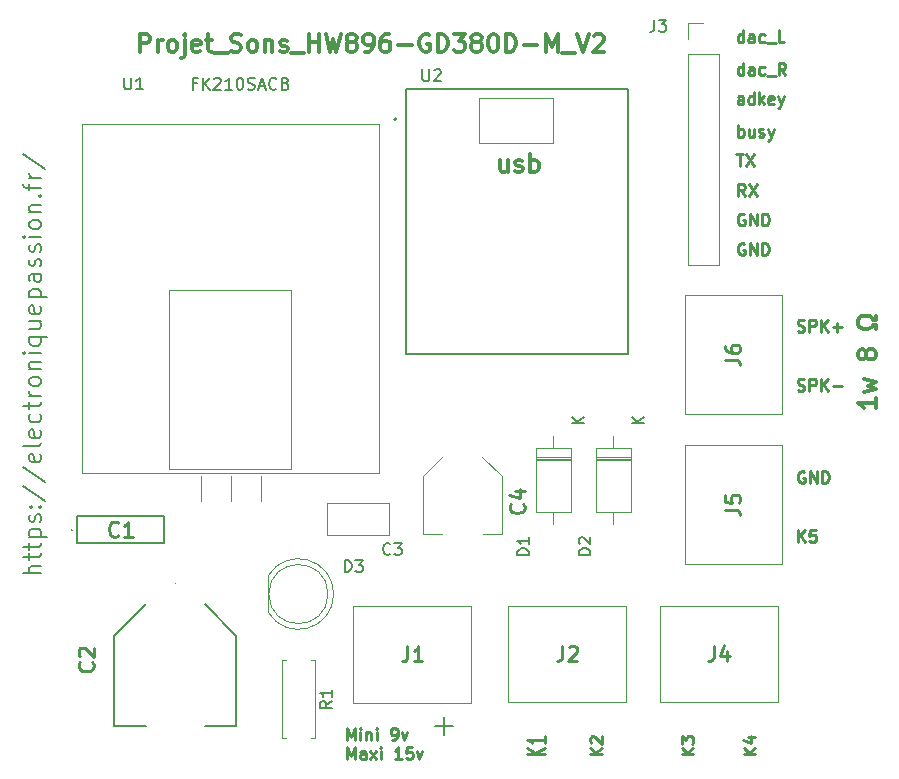
<source format=gbr>
%TF.GenerationSoftware,KiCad,Pcbnew,7.0.9*%
%TF.CreationDate,2025-08-15T16:53:55+02:00*%
%TF.ProjectId,Kicad_Projet_Sons_HW896_V2,4b696361-645f-4507-926f-6a65745f536f,rev?*%
%TF.SameCoordinates,Original*%
%TF.FileFunction,Legend,Top*%
%TF.FilePolarity,Positive*%
%FSLAX46Y46*%
G04 Gerber Fmt 4.6, Leading zero omitted, Abs format (unit mm)*
G04 Created by KiCad (PCBNEW 7.0.9) date 2025-08-15 16:53:55*
%MOMM*%
%LPD*%
G01*
G04 APERTURE LIST*
%ADD10C,0.250000*%
%ADD11C,0.300000*%
%ADD12C,0.187500*%
%ADD13C,0.200000*%
%ADD14C,0.254000*%
%ADD15C,0.150000*%
%ADD16C,0.100000*%
%ADD17C,0.120000*%
%ADD18C,0.050000*%
%ADD19C,0.127000*%
G04 APERTURE END LIST*
D10*
X160284619Y-106287431D02*
X159284619Y-106287431D01*
X160284619Y-105716003D02*
X159713190Y-106144574D01*
X159284619Y-105716003D02*
X159856047Y-106287431D01*
X159379857Y-105335050D02*
X159332238Y-105287431D01*
X159332238Y-105287431D02*
X159284619Y-105192193D01*
X159284619Y-105192193D02*
X159284619Y-104954098D01*
X159284619Y-104954098D02*
X159332238Y-104858860D01*
X159332238Y-104858860D02*
X159379857Y-104811241D01*
X159379857Y-104811241D02*
X159475095Y-104763622D01*
X159475095Y-104763622D02*
X159570333Y-104763622D01*
X159570333Y-104763622D02*
X159713190Y-104811241D01*
X159713190Y-104811241D02*
X160284619Y-105382669D01*
X160284619Y-105382669D02*
X160284619Y-104763622D01*
D11*
X152297368Y-55960828D02*
X152297368Y-56960828D01*
X151654510Y-55960828D02*
X151654510Y-56746542D01*
X151654510Y-56746542D02*
X151725939Y-56889400D01*
X151725939Y-56889400D02*
X151868796Y-56960828D01*
X151868796Y-56960828D02*
X152083082Y-56960828D01*
X152083082Y-56960828D02*
X152225939Y-56889400D01*
X152225939Y-56889400D02*
X152297368Y-56817971D01*
X152940225Y-56889400D02*
X153083082Y-56960828D01*
X153083082Y-56960828D02*
X153368796Y-56960828D01*
X153368796Y-56960828D02*
X153511653Y-56889400D01*
X153511653Y-56889400D02*
X153583082Y-56746542D01*
X153583082Y-56746542D02*
X153583082Y-56675114D01*
X153583082Y-56675114D02*
X153511653Y-56532257D01*
X153511653Y-56532257D02*
X153368796Y-56460828D01*
X153368796Y-56460828D02*
X153154511Y-56460828D01*
X153154511Y-56460828D02*
X153011653Y-56389400D01*
X153011653Y-56389400D02*
X152940225Y-56246542D01*
X152940225Y-56246542D02*
X152940225Y-56175114D01*
X152940225Y-56175114D02*
X153011653Y-56032257D01*
X153011653Y-56032257D02*
X153154511Y-55960828D01*
X153154511Y-55960828D02*
X153368796Y-55960828D01*
X153368796Y-55960828D02*
X153511653Y-56032257D01*
X154225939Y-56960828D02*
X154225939Y-55460828D01*
X154225939Y-56032257D02*
X154368797Y-55960828D01*
X154368797Y-55960828D02*
X154654511Y-55960828D01*
X154654511Y-55960828D02*
X154797368Y-56032257D01*
X154797368Y-56032257D02*
X154868797Y-56103685D01*
X154868797Y-56103685D02*
X154940225Y-56246542D01*
X154940225Y-56246542D02*
X154940225Y-56675114D01*
X154940225Y-56675114D02*
X154868797Y-56817971D01*
X154868797Y-56817971D02*
X154797368Y-56889400D01*
X154797368Y-56889400D02*
X154654511Y-56960828D01*
X154654511Y-56960828D02*
X154368797Y-56960828D01*
X154368797Y-56960828D02*
X154225939Y-56889400D01*
D10*
X176854949Y-75457000D02*
X176997806Y-75504619D01*
X176997806Y-75504619D02*
X177235901Y-75504619D01*
X177235901Y-75504619D02*
X177331139Y-75457000D01*
X177331139Y-75457000D02*
X177378758Y-75409380D01*
X177378758Y-75409380D02*
X177426377Y-75314142D01*
X177426377Y-75314142D02*
X177426377Y-75218904D01*
X177426377Y-75218904D02*
X177378758Y-75123666D01*
X177378758Y-75123666D02*
X177331139Y-75076047D01*
X177331139Y-75076047D02*
X177235901Y-75028428D01*
X177235901Y-75028428D02*
X177045425Y-74980809D01*
X177045425Y-74980809D02*
X176950187Y-74933190D01*
X176950187Y-74933190D02*
X176902568Y-74885571D01*
X176902568Y-74885571D02*
X176854949Y-74790333D01*
X176854949Y-74790333D02*
X176854949Y-74695095D01*
X176854949Y-74695095D02*
X176902568Y-74599857D01*
X176902568Y-74599857D02*
X176950187Y-74552238D01*
X176950187Y-74552238D02*
X177045425Y-74504619D01*
X177045425Y-74504619D02*
X177283520Y-74504619D01*
X177283520Y-74504619D02*
X177426377Y-74552238D01*
X177854949Y-75504619D02*
X177854949Y-74504619D01*
X177854949Y-74504619D02*
X178235901Y-74504619D01*
X178235901Y-74504619D02*
X178331139Y-74552238D01*
X178331139Y-74552238D02*
X178378758Y-74599857D01*
X178378758Y-74599857D02*
X178426377Y-74695095D01*
X178426377Y-74695095D02*
X178426377Y-74837952D01*
X178426377Y-74837952D02*
X178378758Y-74933190D01*
X178378758Y-74933190D02*
X178331139Y-74980809D01*
X178331139Y-74980809D02*
X178235901Y-75028428D01*
X178235901Y-75028428D02*
X177854949Y-75028428D01*
X178854949Y-75504619D02*
X178854949Y-74504619D01*
X179426377Y-75504619D02*
X178997806Y-74933190D01*
X179426377Y-74504619D02*
X178854949Y-75076047D01*
X179854949Y-75123666D02*
X180616854Y-75123666D01*
X176854949Y-70457000D02*
X176997806Y-70504619D01*
X176997806Y-70504619D02*
X177235901Y-70504619D01*
X177235901Y-70504619D02*
X177331139Y-70457000D01*
X177331139Y-70457000D02*
X177378758Y-70409380D01*
X177378758Y-70409380D02*
X177426377Y-70314142D01*
X177426377Y-70314142D02*
X177426377Y-70218904D01*
X177426377Y-70218904D02*
X177378758Y-70123666D01*
X177378758Y-70123666D02*
X177331139Y-70076047D01*
X177331139Y-70076047D02*
X177235901Y-70028428D01*
X177235901Y-70028428D02*
X177045425Y-69980809D01*
X177045425Y-69980809D02*
X176950187Y-69933190D01*
X176950187Y-69933190D02*
X176902568Y-69885571D01*
X176902568Y-69885571D02*
X176854949Y-69790333D01*
X176854949Y-69790333D02*
X176854949Y-69695095D01*
X176854949Y-69695095D02*
X176902568Y-69599857D01*
X176902568Y-69599857D02*
X176950187Y-69552238D01*
X176950187Y-69552238D02*
X177045425Y-69504619D01*
X177045425Y-69504619D02*
X177283520Y-69504619D01*
X177283520Y-69504619D02*
X177426377Y-69552238D01*
X177854949Y-70504619D02*
X177854949Y-69504619D01*
X177854949Y-69504619D02*
X178235901Y-69504619D01*
X178235901Y-69504619D02*
X178331139Y-69552238D01*
X178331139Y-69552238D02*
X178378758Y-69599857D01*
X178378758Y-69599857D02*
X178426377Y-69695095D01*
X178426377Y-69695095D02*
X178426377Y-69837952D01*
X178426377Y-69837952D02*
X178378758Y-69933190D01*
X178378758Y-69933190D02*
X178331139Y-69980809D01*
X178331139Y-69980809D02*
X178235901Y-70028428D01*
X178235901Y-70028428D02*
X177854949Y-70028428D01*
X178854949Y-70504619D02*
X178854949Y-69504619D01*
X179426377Y-70504619D02*
X178997806Y-69933190D01*
X179426377Y-69504619D02*
X178854949Y-70076047D01*
X179854949Y-70123666D02*
X180616854Y-70123666D01*
X180235901Y-70504619D02*
X180235901Y-69742714D01*
X138702568Y-105074619D02*
X138702568Y-104074619D01*
X138702568Y-104074619D02*
X139035901Y-104788904D01*
X139035901Y-104788904D02*
X139369234Y-104074619D01*
X139369234Y-104074619D02*
X139369234Y-105074619D01*
X139845425Y-105074619D02*
X139845425Y-104407952D01*
X139845425Y-104074619D02*
X139797806Y-104122238D01*
X139797806Y-104122238D02*
X139845425Y-104169857D01*
X139845425Y-104169857D02*
X139893044Y-104122238D01*
X139893044Y-104122238D02*
X139845425Y-104074619D01*
X139845425Y-104074619D02*
X139845425Y-104169857D01*
X140321615Y-104407952D02*
X140321615Y-105074619D01*
X140321615Y-104503190D02*
X140369234Y-104455571D01*
X140369234Y-104455571D02*
X140464472Y-104407952D01*
X140464472Y-104407952D02*
X140607329Y-104407952D01*
X140607329Y-104407952D02*
X140702567Y-104455571D01*
X140702567Y-104455571D02*
X140750186Y-104550809D01*
X140750186Y-104550809D02*
X140750186Y-105074619D01*
X141226377Y-105074619D02*
X141226377Y-104407952D01*
X141226377Y-104074619D02*
X141178758Y-104122238D01*
X141178758Y-104122238D02*
X141226377Y-104169857D01*
X141226377Y-104169857D02*
X141273996Y-104122238D01*
X141273996Y-104122238D02*
X141226377Y-104074619D01*
X141226377Y-104074619D02*
X141226377Y-104169857D01*
X142512091Y-105074619D02*
X142702567Y-105074619D01*
X142702567Y-105074619D02*
X142797805Y-105027000D01*
X142797805Y-105027000D02*
X142845424Y-104979380D01*
X142845424Y-104979380D02*
X142940662Y-104836523D01*
X142940662Y-104836523D02*
X142988281Y-104646047D01*
X142988281Y-104646047D02*
X142988281Y-104265095D01*
X142988281Y-104265095D02*
X142940662Y-104169857D01*
X142940662Y-104169857D02*
X142893043Y-104122238D01*
X142893043Y-104122238D02*
X142797805Y-104074619D01*
X142797805Y-104074619D02*
X142607329Y-104074619D01*
X142607329Y-104074619D02*
X142512091Y-104122238D01*
X142512091Y-104122238D02*
X142464472Y-104169857D01*
X142464472Y-104169857D02*
X142416853Y-104265095D01*
X142416853Y-104265095D02*
X142416853Y-104503190D01*
X142416853Y-104503190D02*
X142464472Y-104598428D01*
X142464472Y-104598428D02*
X142512091Y-104646047D01*
X142512091Y-104646047D02*
X142607329Y-104693666D01*
X142607329Y-104693666D02*
X142797805Y-104693666D01*
X142797805Y-104693666D02*
X142893043Y-104646047D01*
X142893043Y-104646047D02*
X142940662Y-104598428D01*
X142940662Y-104598428D02*
X142988281Y-104503190D01*
X143321615Y-104407952D02*
X143559710Y-105074619D01*
X143559710Y-105074619D02*
X143797805Y-104407952D01*
X138702568Y-106684619D02*
X138702568Y-105684619D01*
X138702568Y-105684619D02*
X139035901Y-106398904D01*
X139035901Y-106398904D02*
X139369234Y-105684619D01*
X139369234Y-105684619D02*
X139369234Y-106684619D01*
X140273996Y-106684619D02*
X140273996Y-106160809D01*
X140273996Y-106160809D02*
X140226377Y-106065571D01*
X140226377Y-106065571D02*
X140131139Y-106017952D01*
X140131139Y-106017952D02*
X139940663Y-106017952D01*
X139940663Y-106017952D02*
X139845425Y-106065571D01*
X140273996Y-106637000D02*
X140178758Y-106684619D01*
X140178758Y-106684619D02*
X139940663Y-106684619D01*
X139940663Y-106684619D02*
X139845425Y-106637000D01*
X139845425Y-106637000D02*
X139797806Y-106541761D01*
X139797806Y-106541761D02*
X139797806Y-106446523D01*
X139797806Y-106446523D02*
X139845425Y-106351285D01*
X139845425Y-106351285D02*
X139940663Y-106303666D01*
X139940663Y-106303666D02*
X140178758Y-106303666D01*
X140178758Y-106303666D02*
X140273996Y-106256047D01*
X140654949Y-106684619D02*
X141178758Y-106017952D01*
X140654949Y-106017952D02*
X141178758Y-106684619D01*
X141559711Y-106684619D02*
X141559711Y-106017952D01*
X141559711Y-105684619D02*
X141512092Y-105732238D01*
X141512092Y-105732238D02*
X141559711Y-105779857D01*
X141559711Y-105779857D02*
X141607330Y-105732238D01*
X141607330Y-105732238D02*
X141559711Y-105684619D01*
X141559711Y-105684619D02*
X141559711Y-105779857D01*
X143321615Y-106684619D02*
X142750187Y-106684619D01*
X143035901Y-106684619D02*
X143035901Y-105684619D01*
X143035901Y-105684619D02*
X142940663Y-105827476D01*
X142940663Y-105827476D02*
X142845425Y-105922714D01*
X142845425Y-105922714D02*
X142750187Y-105970333D01*
X144226377Y-105684619D02*
X143750187Y-105684619D01*
X143750187Y-105684619D02*
X143702568Y-106160809D01*
X143702568Y-106160809D02*
X143750187Y-106113190D01*
X143750187Y-106113190D02*
X143845425Y-106065571D01*
X143845425Y-106065571D02*
X144083520Y-106065571D01*
X144083520Y-106065571D02*
X144178758Y-106113190D01*
X144178758Y-106113190D02*
X144226377Y-106160809D01*
X144226377Y-106160809D02*
X144273996Y-106256047D01*
X144273996Y-106256047D02*
X144273996Y-106494142D01*
X144273996Y-106494142D02*
X144226377Y-106589380D01*
X144226377Y-106589380D02*
X144178758Y-106637000D01*
X144178758Y-106637000D02*
X144083520Y-106684619D01*
X144083520Y-106684619D02*
X143845425Y-106684619D01*
X143845425Y-106684619D02*
X143750187Y-106637000D01*
X143750187Y-106637000D02*
X143702568Y-106589380D01*
X144607330Y-106017952D02*
X144845425Y-106684619D01*
X144845425Y-106684619D02*
X145083520Y-106017952D01*
D11*
X183510828Y-76139774D02*
X183510828Y-76996917D01*
X183510828Y-76568346D02*
X182010828Y-76568346D01*
X182010828Y-76568346D02*
X182225114Y-76711203D01*
X182225114Y-76711203D02*
X182367971Y-76854060D01*
X182367971Y-76854060D02*
X182439400Y-76996917D01*
X182510828Y-75639775D02*
X183510828Y-75354061D01*
X183510828Y-75354061D02*
X182796542Y-75068346D01*
X182796542Y-75068346D02*
X183510828Y-74782632D01*
X183510828Y-74782632D02*
X182510828Y-74496918D01*
X182653685Y-72568346D02*
X182582257Y-72711203D01*
X182582257Y-72711203D02*
X182510828Y-72782632D01*
X182510828Y-72782632D02*
X182367971Y-72854060D01*
X182367971Y-72854060D02*
X182296542Y-72854060D01*
X182296542Y-72854060D02*
X182153685Y-72782632D01*
X182153685Y-72782632D02*
X182082257Y-72711203D01*
X182082257Y-72711203D02*
X182010828Y-72568346D01*
X182010828Y-72568346D02*
X182010828Y-72282632D01*
X182010828Y-72282632D02*
X182082257Y-72139775D01*
X182082257Y-72139775D02*
X182153685Y-72068346D01*
X182153685Y-72068346D02*
X182296542Y-71996917D01*
X182296542Y-71996917D02*
X182367971Y-71996917D01*
X182367971Y-71996917D02*
X182510828Y-72068346D01*
X182510828Y-72068346D02*
X182582257Y-72139775D01*
X182582257Y-72139775D02*
X182653685Y-72282632D01*
X182653685Y-72282632D02*
X182653685Y-72568346D01*
X182653685Y-72568346D02*
X182725114Y-72711203D01*
X182725114Y-72711203D02*
X182796542Y-72782632D01*
X182796542Y-72782632D02*
X182939400Y-72854060D01*
X182939400Y-72854060D02*
X183225114Y-72854060D01*
X183225114Y-72854060D02*
X183367971Y-72782632D01*
X183367971Y-72782632D02*
X183439400Y-72711203D01*
X183439400Y-72711203D02*
X183510828Y-72568346D01*
X183510828Y-72568346D02*
X183510828Y-72282632D01*
X183510828Y-72282632D02*
X183439400Y-72139775D01*
X183439400Y-72139775D02*
X183367971Y-72068346D01*
X183367971Y-72068346D02*
X183225114Y-71996917D01*
X183225114Y-71996917D02*
X182939400Y-71996917D01*
X182939400Y-71996917D02*
X182796542Y-72068346D01*
X182796542Y-72068346D02*
X182725114Y-72139775D01*
X182725114Y-72139775D02*
X182653685Y-72282632D01*
X183510828Y-70282632D02*
X183510828Y-69925489D01*
X183510828Y-69925489D02*
X183225114Y-69925489D01*
X183225114Y-69925489D02*
X183153685Y-70068347D01*
X183153685Y-70068347D02*
X183010828Y-70211204D01*
X183010828Y-70211204D02*
X182796542Y-70282632D01*
X182796542Y-70282632D02*
X182439400Y-70282632D01*
X182439400Y-70282632D02*
X182225114Y-70211204D01*
X182225114Y-70211204D02*
X182082257Y-70068347D01*
X182082257Y-70068347D02*
X182010828Y-69854061D01*
X182010828Y-69854061D02*
X182010828Y-69568347D01*
X182010828Y-69568347D02*
X182082257Y-69354061D01*
X182082257Y-69354061D02*
X182225114Y-69211204D01*
X182225114Y-69211204D02*
X182439400Y-69139775D01*
X182439400Y-69139775D02*
X182796542Y-69139775D01*
X182796542Y-69139775D02*
X183010828Y-69211204D01*
X183010828Y-69211204D02*
X183153685Y-69354061D01*
X183153685Y-69354061D02*
X183225114Y-69496918D01*
X183225114Y-69496918D02*
X183510828Y-69496918D01*
X183510828Y-69496918D02*
X183510828Y-69139775D01*
D10*
X172346377Y-63052238D02*
X172251139Y-63004619D01*
X172251139Y-63004619D02*
X172108282Y-63004619D01*
X172108282Y-63004619D02*
X171965425Y-63052238D01*
X171965425Y-63052238D02*
X171870187Y-63147476D01*
X171870187Y-63147476D02*
X171822568Y-63242714D01*
X171822568Y-63242714D02*
X171774949Y-63433190D01*
X171774949Y-63433190D02*
X171774949Y-63576047D01*
X171774949Y-63576047D02*
X171822568Y-63766523D01*
X171822568Y-63766523D02*
X171870187Y-63861761D01*
X171870187Y-63861761D02*
X171965425Y-63957000D01*
X171965425Y-63957000D02*
X172108282Y-64004619D01*
X172108282Y-64004619D02*
X172203520Y-64004619D01*
X172203520Y-64004619D02*
X172346377Y-63957000D01*
X172346377Y-63957000D02*
X172393996Y-63909380D01*
X172393996Y-63909380D02*
X172393996Y-63576047D01*
X172393996Y-63576047D02*
X172203520Y-63576047D01*
X172822568Y-64004619D02*
X172822568Y-63004619D01*
X172822568Y-63004619D02*
X173393996Y-64004619D01*
X173393996Y-64004619D02*
X173393996Y-63004619D01*
X173870187Y-64004619D02*
X173870187Y-63004619D01*
X173870187Y-63004619D02*
X174108282Y-63004619D01*
X174108282Y-63004619D02*
X174251139Y-63052238D01*
X174251139Y-63052238D02*
X174346377Y-63147476D01*
X174346377Y-63147476D02*
X174393996Y-63242714D01*
X174393996Y-63242714D02*
X174441615Y-63433190D01*
X174441615Y-63433190D02*
X174441615Y-63576047D01*
X174441615Y-63576047D02*
X174393996Y-63766523D01*
X174393996Y-63766523D02*
X174346377Y-63861761D01*
X174346377Y-63861761D02*
X174251139Y-63957000D01*
X174251139Y-63957000D02*
X174108282Y-64004619D01*
X174108282Y-64004619D02*
X173870187Y-64004619D01*
D12*
X112806678Y-90969502D02*
X111306678Y-90969502D01*
X112806678Y-90326645D02*
X112020964Y-90326645D01*
X112020964Y-90326645D02*
X111878107Y-90398073D01*
X111878107Y-90398073D02*
X111806678Y-90540930D01*
X111806678Y-90540930D02*
X111806678Y-90755216D01*
X111806678Y-90755216D02*
X111878107Y-90898073D01*
X111878107Y-90898073D02*
X111949535Y-90969502D01*
X111806678Y-89826644D02*
X111806678Y-89255216D01*
X111306678Y-89612359D02*
X112592392Y-89612359D01*
X112592392Y-89612359D02*
X112735250Y-89540930D01*
X112735250Y-89540930D02*
X112806678Y-89398073D01*
X112806678Y-89398073D02*
X112806678Y-89255216D01*
X111806678Y-88969501D02*
X111806678Y-88398073D01*
X111306678Y-88755216D02*
X112592392Y-88755216D01*
X112592392Y-88755216D02*
X112735250Y-88683787D01*
X112735250Y-88683787D02*
X112806678Y-88540930D01*
X112806678Y-88540930D02*
X112806678Y-88398073D01*
X111806678Y-87898073D02*
X113306678Y-87898073D01*
X111878107Y-87898073D02*
X111806678Y-87755216D01*
X111806678Y-87755216D02*
X111806678Y-87469501D01*
X111806678Y-87469501D02*
X111878107Y-87326644D01*
X111878107Y-87326644D02*
X111949535Y-87255216D01*
X111949535Y-87255216D02*
X112092392Y-87183787D01*
X112092392Y-87183787D02*
X112520964Y-87183787D01*
X112520964Y-87183787D02*
X112663821Y-87255216D01*
X112663821Y-87255216D02*
X112735250Y-87326644D01*
X112735250Y-87326644D02*
X112806678Y-87469501D01*
X112806678Y-87469501D02*
X112806678Y-87755216D01*
X112806678Y-87755216D02*
X112735250Y-87898073D01*
X112735250Y-86612358D02*
X112806678Y-86469501D01*
X112806678Y-86469501D02*
X112806678Y-86183787D01*
X112806678Y-86183787D02*
X112735250Y-86040930D01*
X112735250Y-86040930D02*
X112592392Y-85969501D01*
X112592392Y-85969501D02*
X112520964Y-85969501D01*
X112520964Y-85969501D02*
X112378107Y-86040930D01*
X112378107Y-86040930D02*
X112306678Y-86183787D01*
X112306678Y-86183787D02*
X112306678Y-86398073D01*
X112306678Y-86398073D02*
X112235250Y-86540930D01*
X112235250Y-86540930D02*
X112092392Y-86612358D01*
X112092392Y-86612358D02*
X112020964Y-86612358D01*
X112020964Y-86612358D02*
X111878107Y-86540930D01*
X111878107Y-86540930D02*
X111806678Y-86398073D01*
X111806678Y-86398073D02*
X111806678Y-86183787D01*
X111806678Y-86183787D02*
X111878107Y-86040930D01*
X112663821Y-85326644D02*
X112735250Y-85255215D01*
X112735250Y-85255215D02*
X112806678Y-85326644D01*
X112806678Y-85326644D02*
X112735250Y-85398072D01*
X112735250Y-85398072D02*
X112663821Y-85326644D01*
X112663821Y-85326644D02*
X112806678Y-85326644D01*
X111878107Y-85326644D02*
X111949535Y-85255215D01*
X111949535Y-85255215D02*
X112020964Y-85326644D01*
X112020964Y-85326644D02*
X111949535Y-85398072D01*
X111949535Y-85398072D02*
X111878107Y-85326644D01*
X111878107Y-85326644D02*
X112020964Y-85326644D01*
X111235250Y-83540929D02*
X113163821Y-84826643D01*
X111235250Y-81969500D02*
X113163821Y-83255214D01*
X112735250Y-80898071D02*
X112806678Y-81040928D01*
X112806678Y-81040928D02*
X112806678Y-81326643D01*
X112806678Y-81326643D02*
X112735250Y-81469500D01*
X112735250Y-81469500D02*
X112592392Y-81540928D01*
X112592392Y-81540928D02*
X112020964Y-81540928D01*
X112020964Y-81540928D02*
X111878107Y-81469500D01*
X111878107Y-81469500D02*
X111806678Y-81326643D01*
X111806678Y-81326643D02*
X111806678Y-81040928D01*
X111806678Y-81040928D02*
X111878107Y-80898071D01*
X111878107Y-80898071D02*
X112020964Y-80826643D01*
X112020964Y-80826643D02*
X112163821Y-80826643D01*
X112163821Y-80826643D02*
X112306678Y-81540928D01*
X112806678Y-79969500D02*
X112735250Y-80112357D01*
X112735250Y-80112357D02*
X112592392Y-80183786D01*
X112592392Y-80183786D02*
X111306678Y-80183786D01*
X112735250Y-78826643D02*
X112806678Y-78969500D01*
X112806678Y-78969500D02*
X112806678Y-79255215D01*
X112806678Y-79255215D02*
X112735250Y-79398072D01*
X112735250Y-79398072D02*
X112592392Y-79469500D01*
X112592392Y-79469500D02*
X112020964Y-79469500D01*
X112020964Y-79469500D02*
X111878107Y-79398072D01*
X111878107Y-79398072D02*
X111806678Y-79255215D01*
X111806678Y-79255215D02*
X111806678Y-78969500D01*
X111806678Y-78969500D02*
X111878107Y-78826643D01*
X111878107Y-78826643D02*
X112020964Y-78755215D01*
X112020964Y-78755215D02*
X112163821Y-78755215D01*
X112163821Y-78755215D02*
X112306678Y-79469500D01*
X112735250Y-77469501D02*
X112806678Y-77612358D01*
X112806678Y-77612358D02*
X112806678Y-77898072D01*
X112806678Y-77898072D02*
X112735250Y-78040929D01*
X112735250Y-78040929D02*
X112663821Y-78112358D01*
X112663821Y-78112358D02*
X112520964Y-78183786D01*
X112520964Y-78183786D02*
X112092392Y-78183786D01*
X112092392Y-78183786D02*
X111949535Y-78112358D01*
X111949535Y-78112358D02*
X111878107Y-78040929D01*
X111878107Y-78040929D02*
X111806678Y-77898072D01*
X111806678Y-77898072D02*
X111806678Y-77612358D01*
X111806678Y-77612358D02*
X111878107Y-77469501D01*
X111806678Y-77040929D02*
X111806678Y-76469501D01*
X111306678Y-76826644D02*
X112592392Y-76826644D01*
X112592392Y-76826644D02*
X112735250Y-76755215D01*
X112735250Y-76755215D02*
X112806678Y-76612358D01*
X112806678Y-76612358D02*
X112806678Y-76469501D01*
X112806678Y-75969501D02*
X111806678Y-75969501D01*
X112092392Y-75969501D02*
X111949535Y-75898072D01*
X111949535Y-75898072D02*
X111878107Y-75826644D01*
X111878107Y-75826644D02*
X111806678Y-75683786D01*
X111806678Y-75683786D02*
X111806678Y-75540929D01*
X112806678Y-74826644D02*
X112735250Y-74969501D01*
X112735250Y-74969501D02*
X112663821Y-75040930D01*
X112663821Y-75040930D02*
X112520964Y-75112358D01*
X112520964Y-75112358D02*
X112092392Y-75112358D01*
X112092392Y-75112358D02*
X111949535Y-75040930D01*
X111949535Y-75040930D02*
X111878107Y-74969501D01*
X111878107Y-74969501D02*
X111806678Y-74826644D01*
X111806678Y-74826644D02*
X111806678Y-74612358D01*
X111806678Y-74612358D02*
X111878107Y-74469501D01*
X111878107Y-74469501D02*
X111949535Y-74398073D01*
X111949535Y-74398073D02*
X112092392Y-74326644D01*
X112092392Y-74326644D02*
X112520964Y-74326644D01*
X112520964Y-74326644D02*
X112663821Y-74398073D01*
X112663821Y-74398073D02*
X112735250Y-74469501D01*
X112735250Y-74469501D02*
X112806678Y-74612358D01*
X112806678Y-74612358D02*
X112806678Y-74826644D01*
X111806678Y-73683787D02*
X112806678Y-73683787D01*
X111949535Y-73683787D02*
X111878107Y-73612358D01*
X111878107Y-73612358D02*
X111806678Y-73469501D01*
X111806678Y-73469501D02*
X111806678Y-73255215D01*
X111806678Y-73255215D02*
X111878107Y-73112358D01*
X111878107Y-73112358D02*
X112020964Y-73040930D01*
X112020964Y-73040930D02*
X112806678Y-73040930D01*
X112806678Y-72326644D02*
X111806678Y-72326644D01*
X111306678Y-72326644D02*
X111378107Y-72398072D01*
X111378107Y-72398072D02*
X111449535Y-72326644D01*
X111449535Y-72326644D02*
X111378107Y-72255215D01*
X111378107Y-72255215D02*
X111306678Y-72326644D01*
X111306678Y-72326644D02*
X111449535Y-72326644D01*
X111806678Y-70969501D02*
X113306678Y-70969501D01*
X112735250Y-70969501D02*
X112806678Y-71112358D01*
X112806678Y-71112358D02*
X112806678Y-71398072D01*
X112806678Y-71398072D02*
X112735250Y-71540929D01*
X112735250Y-71540929D02*
X112663821Y-71612358D01*
X112663821Y-71612358D02*
X112520964Y-71683786D01*
X112520964Y-71683786D02*
X112092392Y-71683786D01*
X112092392Y-71683786D02*
X111949535Y-71612358D01*
X111949535Y-71612358D02*
X111878107Y-71540929D01*
X111878107Y-71540929D02*
X111806678Y-71398072D01*
X111806678Y-71398072D02*
X111806678Y-71112358D01*
X111806678Y-71112358D02*
X111878107Y-70969501D01*
X111806678Y-69612358D02*
X112806678Y-69612358D01*
X111806678Y-70255215D02*
X112592392Y-70255215D01*
X112592392Y-70255215D02*
X112735250Y-70183786D01*
X112735250Y-70183786D02*
X112806678Y-70040929D01*
X112806678Y-70040929D02*
X112806678Y-69826643D01*
X112806678Y-69826643D02*
X112735250Y-69683786D01*
X112735250Y-69683786D02*
X112663821Y-69612358D01*
X112735250Y-68326643D02*
X112806678Y-68469500D01*
X112806678Y-68469500D02*
X112806678Y-68755215D01*
X112806678Y-68755215D02*
X112735250Y-68898072D01*
X112735250Y-68898072D02*
X112592392Y-68969500D01*
X112592392Y-68969500D02*
X112020964Y-68969500D01*
X112020964Y-68969500D02*
X111878107Y-68898072D01*
X111878107Y-68898072D02*
X111806678Y-68755215D01*
X111806678Y-68755215D02*
X111806678Y-68469500D01*
X111806678Y-68469500D02*
X111878107Y-68326643D01*
X111878107Y-68326643D02*
X112020964Y-68255215D01*
X112020964Y-68255215D02*
X112163821Y-68255215D01*
X112163821Y-68255215D02*
X112306678Y-68969500D01*
X111806678Y-67612358D02*
X113306678Y-67612358D01*
X111878107Y-67612358D02*
X111806678Y-67469501D01*
X111806678Y-67469501D02*
X111806678Y-67183786D01*
X111806678Y-67183786D02*
X111878107Y-67040929D01*
X111878107Y-67040929D02*
X111949535Y-66969501D01*
X111949535Y-66969501D02*
X112092392Y-66898072D01*
X112092392Y-66898072D02*
X112520964Y-66898072D01*
X112520964Y-66898072D02*
X112663821Y-66969501D01*
X112663821Y-66969501D02*
X112735250Y-67040929D01*
X112735250Y-67040929D02*
X112806678Y-67183786D01*
X112806678Y-67183786D02*
X112806678Y-67469501D01*
X112806678Y-67469501D02*
X112735250Y-67612358D01*
X112806678Y-65612358D02*
X112020964Y-65612358D01*
X112020964Y-65612358D02*
X111878107Y-65683786D01*
X111878107Y-65683786D02*
X111806678Y-65826643D01*
X111806678Y-65826643D02*
X111806678Y-66112358D01*
X111806678Y-66112358D02*
X111878107Y-66255215D01*
X112735250Y-65612358D02*
X112806678Y-65755215D01*
X112806678Y-65755215D02*
X112806678Y-66112358D01*
X112806678Y-66112358D02*
X112735250Y-66255215D01*
X112735250Y-66255215D02*
X112592392Y-66326643D01*
X112592392Y-66326643D02*
X112449535Y-66326643D01*
X112449535Y-66326643D02*
X112306678Y-66255215D01*
X112306678Y-66255215D02*
X112235250Y-66112358D01*
X112235250Y-66112358D02*
X112235250Y-65755215D01*
X112235250Y-65755215D02*
X112163821Y-65612358D01*
X112735250Y-64969500D02*
X112806678Y-64826643D01*
X112806678Y-64826643D02*
X112806678Y-64540929D01*
X112806678Y-64540929D02*
X112735250Y-64398072D01*
X112735250Y-64398072D02*
X112592392Y-64326643D01*
X112592392Y-64326643D02*
X112520964Y-64326643D01*
X112520964Y-64326643D02*
X112378107Y-64398072D01*
X112378107Y-64398072D02*
X112306678Y-64540929D01*
X112306678Y-64540929D02*
X112306678Y-64755215D01*
X112306678Y-64755215D02*
X112235250Y-64898072D01*
X112235250Y-64898072D02*
X112092392Y-64969500D01*
X112092392Y-64969500D02*
X112020964Y-64969500D01*
X112020964Y-64969500D02*
X111878107Y-64898072D01*
X111878107Y-64898072D02*
X111806678Y-64755215D01*
X111806678Y-64755215D02*
X111806678Y-64540929D01*
X111806678Y-64540929D02*
X111878107Y-64398072D01*
X112735250Y-63755214D02*
X112806678Y-63612357D01*
X112806678Y-63612357D02*
X112806678Y-63326643D01*
X112806678Y-63326643D02*
X112735250Y-63183786D01*
X112735250Y-63183786D02*
X112592392Y-63112357D01*
X112592392Y-63112357D02*
X112520964Y-63112357D01*
X112520964Y-63112357D02*
X112378107Y-63183786D01*
X112378107Y-63183786D02*
X112306678Y-63326643D01*
X112306678Y-63326643D02*
X112306678Y-63540929D01*
X112306678Y-63540929D02*
X112235250Y-63683786D01*
X112235250Y-63683786D02*
X112092392Y-63755214D01*
X112092392Y-63755214D02*
X112020964Y-63755214D01*
X112020964Y-63755214D02*
X111878107Y-63683786D01*
X111878107Y-63683786D02*
X111806678Y-63540929D01*
X111806678Y-63540929D02*
X111806678Y-63326643D01*
X111806678Y-63326643D02*
X111878107Y-63183786D01*
X112806678Y-62469500D02*
X111806678Y-62469500D01*
X111306678Y-62469500D02*
X111378107Y-62540928D01*
X111378107Y-62540928D02*
X111449535Y-62469500D01*
X111449535Y-62469500D02*
X111378107Y-62398071D01*
X111378107Y-62398071D02*
X111306678Y-62469500D01*
X111306678Y-62469500D02*
X111449535Y-62469500D01*
X112806678Y-61540928D02*
X112735250Y-61683785D01*
X112735250Y-61683785D02*
X112663821Y-61755214D01*
X112663821Y-61755214D02*
X112520964Y-61826642D01*
X112520964Y-61826642D02*
X112092392Y-61826642D01*
X112092392Y-61826642D02*
X111949535Y-61755214D01*
X111949535Y-61755214D02*
X111878107Y-61683785D01*
X111878107Y-61683785D02*
X111806678Y-61540928D01*
X111806678Y-61540928D02*
X111806678Y-61326642D01*
X111806678Y-61326642D02*
X111878107Y-61183785D01*
X111878107Y-61183785D02*
X111949535Y-61112357D01*
X111949535Y-61112357D02*
X112092392Y-61040928D01*
X112092392Y-61040928D02*
X112520964Y-61040928D01*
X112520964Y-61040928D02*
X112663821Y-61112357D01*
X112663821Y-61112357D02*
X112735250Y-61183785D01*
X112735250Y-61183785D02*
X112806678Y-61326642D01*
X112806678Y-61326642D02*
X112806678Y-61540928D01*
X111806678Y-60398071D02*
X112806678Y-60398071D01*
X111949535Y-60398071D02*
X111878107Y-60326642D01*
X111878107Y-60326642D02*
X111806678Y-60183785D01*
X111806678Y-60183785D02*
X111806678Y-59969499D01*
X111806678Y-59969499D02*
X111878107Y-59826642D01*
X111878107Y-59826642D02*
X112020964Y-59755214D01*
X112020964Y-59755214D02*
X112806678Y-59755214D01*
X112663821Y-59040928D02*
X112735250Y-58969499D01*
X112735250Y-58969499D02*
X112806678Y-59040928D01*
X112806678Y-59040928D02*
X112735250Y-59112356D01*
X112735250Y-59112356D02*
X112663821Y-59040928D01*
X112663821Y-59040928D02*
X112806678Y-59040928D01*
X111806678Y-58540927D02*
X111806678Y-57969499D01*
X112806678Y-58326642D02*
X111520964Y-58326642D01*
X111520964Y-58326642D02*
X111378107Y-58255213D01*
X111378107Y-58255213D02*
X111306678Y-58112356D01*
X111306678Y-58112356D02*
X111306678Y-57969499D01*
X112806678Y-57469499D02*
X111806678Y-57469499D01*
X112092392Y-57469499D02*
X111949535Y-57398070D01*
X111949535Y-57398070D02*
X111878107Y-57326642D01*
X111878107Y-57326642D02*
X111806678Y-57183784D01*
X111806678Y-57183784D02*
X111806678Y-57040927D01*
X111235250Y-55469499D02*
X113163821Y-56755213D01*
D10*
X171679711Y-55504619D02*
X172251139Y-55504619D01*
X171965425Y-56504619D02*
X171965425Y-55504619D01*
X172489235Y-55504619D02*
X173155901Y-56504619D01*
X173155901Y-55504619D02*
X172489235Y-56504619D01*
X177426377Y-82352238D02*
X177331139Y-82304619D01*
X177331139Y-82304619D02*
X177188282Y-82304619D01*
X177188282Y-82304619D02*
X177045425Y-82352238D01*
X177045425Y-82352238D02*
X176950187Y-82447476D01*
X176950187Y-82447476D02*
X176902568Y-82542714D01*
X176902568Y-82542714D02*
X176854949Y-82733190D01*
X176854949Y-82733190D02*
X176854949Y-82876047D01*
X176854949Y-82876047D02*
X176902568Y-83066523D01*
X176902568Y-83066523D02*
X176950187Y-83161761D01*
X176950187Y-83161761D02*
X177045425Y-83257000D01*
X177045425Y-83257000D02*
X177188282Y-83304619D01*
X177188282Y-83304619D02*
X177283520Y-83304619D01*
X177283520Y-83304619D02*
X177426377Y-83257000D01*
X177426377Y-83257000D02*
X177473996Y-83209380D01*
X177473996Y-83209380D02*
X177473996Y-82876047D01*
X177473996Y-82876047D02*
X177283520Y-82876047D01*
X177902568Y-83304619D02*
X177902568Y-82304619D01*
X177902568Y-82304619D02*
X178473996Y-83304619D01*
X178473996Y-83304619D02*
X178473996Y-82304619D01*
X178950187Y-83304619D02*
X178950187Y-82304619D01*
X178950187Y-82304619D02*
X179188282Y-82304619D01*
X179188282Y-82304619D02*
X179331139Y-82352238D01*
X179331139Y-82352238D02*
X179426377Y-82447476D01*
X179426377Y-82447476D02*
X179473996Y-82542714D01*
X179473996Y-82542714D02*
X179521615Y-82733190D01*
X179521615Y-82733190D02*
X179521615Y-82876047D01*
X179521615Y-82876047D02*
X179473996Y-83066523D01*
X179473996Y-83066523D02*
X179426377Y-83161761D01*
X179426377Y-83161761D02*
X179331139Y-83257000D01*
X179331139Y-83257000D02*
X179188282Y-83304619D01*
X179188282Y-83304619D02*
X178950187Y-83304619D01*
X172346377Y-60552238D02*
X172251139Y-60504619D01*
X172251139Y-60504619D02*
X172108282Y-60504619D01*
X172108282Y-60504619D02*
X171965425Y-60552238D01*
X171965425Y-60552238D02*
X171870187Y-60647476D01*
X171870187Y-60647476D02*
X171822568Y-60742714D01*
X171822568Y-60742714D02*
X171774949Y-60933190D01*
X171774949Y-60933190D02*
X171774949Y-61076047D01*
X171774949Y-61076047D02*
X171822568Y-61266523D01*
X171822568Y-61266523D02*
X171870187Y-61361761D01*
X171870187Y-61361761D02*
X171965425Y-61457000D01*
X171965425Y-61457000D02*
X172108282Y-61504619D01*
X172108282Y-61504619D02*
X172203520Y-61504619D01*
X172203520Y-61504619D02*
X172346377Y-61457000D01*
X172346377Y-61457000D02*
X172393996Y-61409380D01*
X172393996Y-61409380D02*
X172393996Y-61076047D01*
X172393996Y-61076047D02*
X172203520Y-61076047D01*
X172822568Y-61504619D02*
X172822568Y-60504619D01*
X172822568Y-60504619D02*
X173393996Y-61504619D01*
X173393996Y-61504619D02*
X173393996Y-60504619D01*
X173870187Y-61504619D02*
X173870187Y-60504619D01*
X173870187Y-60504619D02*
X174108282Y-60504619D01*
X174108282Y-60504619D02*
X174251139Y-60552238D01*
X174251139Y-60552238D02*
X174346377Y-60647476D01*
X174346377Y-60647476D02*
X174393996Y-60742714D01*
X174393996Y-60742714D02*
X174441615Y-60933190D01*
X174441615Y-60933190D02*
X174441615Y-61076047D01*
X174441615Y-61076047D02*
X174393996Y-61266523D01*
X174393996Y-61266523D02*
X174346377Y-61361761D01*
X174346377Y-61361761D02*
X174251139Y-61457000D01*
X174251139Y-61457000D02*
X174108282Y-61504619D01*
X174108282Y-61504619D02*
X173870187Y-61504619D01*
X173284619Y-106287431D02*
X172284619Y-106287431D01*
X173284619Y-105716003D02*
X172713190Y-106144574D01*
X172284619Y-105716003D02*
X172856047Y-106287431D01*
X172617952Y-104858860D02*
X173284619Y-104858860D01*
X172237000Y-105096955D02*
X172951285Y-105335050D01*
X172951285Y-105335050D02*
X172951285Y-104716003D01*
D11*
X121174510Y-46800828D02*
X121174510Y-45300828D01*
X121174510Y-45300828D02*
X121745939Y-45300828D01*
X121745939Y-45300828D02*
X121888796Y-45372257D01*
X121888796Y-45372257D02*
X121960225Y-45443685D01*
X121960225Y-45443685D02*
X122031653Y-45586542D01*
X122031653Y-45586542D02*
X122031653Y-45800828D01*
X122031653Y-45800828D02*
X121960225Y-45943685D01*
X121960225Y-45943685D02*
X121888796Y-46015114D01*
X121888796Y-46015114D02*
X121745939Y-46086542D01*
X121745939Y-46086542D02*
X121174510Y-46086542D01*
X122674510Y-46800828D02*
X122674510Y-45800828D01*
X122674510Y-46086542D02*
X122745939Y-45943685D01*
X122745939Y-45943685D02*
X122817368Y-45872257D01*
X122817368Y-45872257D02*
X122960225Y-45800828D01*
X122960225Y-45800828D02*
X123103082Y-45800828D01*
X123817367Y-46800828D02*
X123674510Y-46729400D01*
X123674510Y-46729400D02*
X123603081Y-46657971D01*
X123603081Y-46657971D02*
X123531653Y-46515114D01*
X123531653Y-46515114D02*
X123531653Y-46086542D01*
X123531653Y-46086542D02*
X123603081Y-45943685D01*
X123603081Y-45943685D02*
X123674510Y-45872257D01*
X123674510Y-45872257D02*
X123817367Y-45800828D01*
X123817367Y-45800828D02*
X124031653Y-45800828D01*
X124031653Y-45800828D02*
X124174510Y-45872257D01*
X124174510Y-45872257D02*
X124245939Y-45943685D01*
X124245939Y-45943685D02*
X124317367Y-46086542D01*
X124317367Y-46086542D02*
X124317367Y-46515114D01*
X124317367Y-46515114D02*
X124245939Y-46657971D01*
X124245939Y-46657971D02*
X124174510Y-46729400D01*
X124174510Y-46729400D02*
X124031653Y-46800828D01*
X124031653Y-46800828D02*
X123817367Y-46800828D01*
X124960224Y-45800828D02*
X124960224Y-47086542D01*
X124960224Y-47086542D02*
X124888796Y-47229400D01*
X124888796Y-47229400D02*
X124745939Y-47300828D01*
X124745939Y-47300828D02*
X124674510Y-47300828D01*
X124960224Y-45300828D02*
X124888796Y-45372257D01*
X124888796Y-45372257D02*
X124960224Y-45443685D01*
X124960224Y-45443685D02*
X125031653Y-45372257D01*
X125031653Y-45372257D02*
X124960224Y-45300828D01*
X124960224Y-45300828D02*
X124960224Y-45443685D01*
X126245939Y-46729400D02*
X126103082Y-46800828D01*
X126103082Y-46800828D02*
X125817368Y-46800828D01*
X125817368Y-46800828D02*
X125674510Y-46729400D01*
X125674510Y-46729400D02*
X125603082Y-46586542D01*
X125603082Y-46586542D02*
X125603082Y-46015114D01*
X125603082Y-46015114D02*
X125674510Y-45872257D01*
X125674510Y-45872257D02*
X125817368Y-45800828D01*
X125817368Y-45800828D02*
X126103082Y-45800828D01*
X126103082Y-45800828D02*
X126245939Y-45872257D01*
X126245939Y-45872257D02*
X126317368Y-46015114D01*
X126317368Y-46015114D02*
X126317368Y-46157971D01*
X126317368Y-46157971D02*
X125603082Y-46300828D01*
X126745939Y-45800828D02*
X127317367Y-45800828D01*
X126960224Y-45300828D02*
X126960224Y-46586542D01*
X126960224Y-46586542D02*
X127031653Y-46729400D01*
X127031653Y-46729400D02*
X127174510Y-46800828D01*
X127174510Y-46800828D02*
X127317367Y-46800828D01*
X127460225Y-46943685D02*
X128603082Y-46943685D01*
X128888796Y-46729400D02*
X129103082Y-46800828D01*
X129103082Y-46800828D02*
X129460224Y-46800828D01*
X129460224Y-46800828D02*
X129603082Y-46729400D01*
X129603082Y-46729400D02*
X129674510Y-46657971D01*
X129674510Y-46657971D02*
X129745939Y-46515114D01*
X129745939Y-46515114D02*
X129745939Y-46372257D01*
X129745939Y-46372257D02*
X129674510Y-46229400D01*
X129674510Y-46229400D02*
X129603082Y-46157971D01*
X129603082Y-46157971D02*
X129460224Y-46086542D01*
X129460224Y-46086542D02*
X129174510Y-46015114D01*
X129174510Y-46015114D02*
X129031653Y-45943685D01*
X129031653Y-45943685D02*
X128960224Y-45872257D01*
X128960224Y-45872257D02*
X128888796Y-45729400D01*
X128888796Y-45729400D02*
X128888796Y-45586542D01*
X128888796Y-45586542D02*
X128960224Y-45443685D01*
X128960224Y-45443685D02*
X129031653Y-45372257D01*
X129031653Y-45372257D02*
X129174510Y-45300828D01*
X129174510Y-45300828D02*
X129531653Y-45300828D01*
X129531653Y-45300828D02*
X129745939Y-45372257D01*
X130603081Y-46800828D02*
X130460224Y-46729400D01*
X130460224Y-46729400D02*
X130388795Y-46657971D01*
X130388795Y-46657971D02*
X130317367Y-46515114D01*
X130317367Y-46515114D02*
X130317367Y-46086542D01*
X130317367Y-46086542D02*
X130388795Y-45943685D01*
X130388795Y-45943685D02*
X130460224Y-45872257D01*
X130460224Y-45872257D02*
X130603081Y-45800828D01*
X130603081Y-45800828D02*
X130817367Y-45800828D01*
X130817367Y-45800828D02*
X130960224Y-45872257D01*
X130960224Y-45872257D02*
X131031653Y-45943685D01*
X131031653Y-45943685D02*
X131103081Y-46086542D01*
X131103081Y-46086542D02*
X131103081Y-46515114D01*
X131103081Y-46515114D02*
X131031653Y-46657971D01*
X131031653Y-46657971D02*
X130960224Y-46729400D01*
X130960224Y-46729400D02*
X130817367Y-46800828D01*
X130817367Y-46800828D02*
X130603081Y-46800828D01*
X131745938Y-45800828D02*
X131745938Y-46800828D01*
X131745938Y-45943685D02*
X131817367Y-45872257D01*
X131817367Y-45872257D02*
X131960224Y-45800828D01*
X131960224Y-45800828D02*
X132174510Y-45800828D01*
X132174510Y-45800828D02*
X132317367Y-45872257D01*
X132317367Y-45872257D02*
X132388796Y-46015114D01*
X132388796Y-46015114D02*
X132388796Y-46800828D01*
X133031653Y-46729400D02*
X133174510Y-46800828D01*
X133174510Y-46800828D02*
X133460224Y-46800828D01*
X133460224Y-46800828D02*
X133603081Y-46729400D01*
X133603081Y-46729400D02*
X133674510Y-46586542D01*
X133674510Y-46586542D02*
X133674510Y-46515114D01*
X133674510Y-46515114D02*
X133603081Y-46372257D01*
X133603081Y-46372257D02*
X133460224Y-46300828D01*
X133460224Y-46300828D02*
X133245939Y-46300828D01*
X133245939Y-46300828D02*
X133103081Y-46229400D01*
X133103081Y-46229400D02*
X133031653Y-46086542D01*
X133031653Y-46086542D02*
X133031653Y-46015114D01*
X133031653Y-46015114D02*
X133103081Y-45872257D01*
X133103081Y-45872257D02*
X133245939Y-45800828D01*
X133245939Y-45800828D02*
X133460224Y-45800828D01*
X133460224Y-45800828D02*
X133603081Y-45872257D01*
X133960225Y-46943685D02*
X135103082Y-46943685D01*
X135460224Y-46800828D02*
X135460224Y-45300828D01*
X135460224Y-46015114D02*
X136317367Y-46015114D01*
X136317367Y-46800828D02*
X136317367Y-45300828D01*
X136888796Y-45300828D02*
X137245939Y-46800828D01*
X137245939Y-46800828D02*
X137531653Y-45729400D01*
X137531653Y-45729400D02*
X137817368Y-46800828D01*
X137817368Y-46800828D02*
X138174511Y-45300828D01*
X138960225Y-45943685D02*
X138817368Y-45872257D01*
X138817368Y-45872257D02*
X138745939Y-45800828D01*
X138745939Y-45800828D02*
X138674511Y-45657971D01*
X138674511Y-45657971D02*
X138674511Y-45586542D01*
X138674511Y-45586542D02*
X138745939Y-45443685D01*
X138745939Y-45443685D02*
X138817368Y-45372257D01*
X138817368Y-45372257D02*
X138960225Y-45300828D01*
X138960225Y-45300828D02*
X139245939Y-45300828D01*
X139245939Y-45300828D02*
X139388797Y-45372257D01*
X139388797Y-45372257D02*
X139460225Y-45443685D01*
X139460225Y-45443685D02*
X139531654Y-45586542D01*
X139531654Y-45586542D02*
X139531654Y-45657971D01*
X139531654Y-45657971D02*
X139460225Y-45800828D01*
X139460225Y-45800828D02*
X139388797Y-45872257D01*
X139388797Y-45872257D02*
X139245939Y-45943685D01*
X139245939Y-45943685D02*
X138960225Y-45943685D01*
X138960225Y-45943685D02*
X138817368Y-46015114D01*
X138817368Y-46015114D02*
X138745939Y-46086542D01*
X138745939Y-46086542D02*
X138674511Y-46229400D01*
X138674511Y-46229400D02*
X138674511Y-46515114D01*
X138674511Y-46515114D02*
X138745939Y-46657971D01*
X138745939Y-46657971D02*
X138817368Y-46729400D01*
X138817368Y-46729400D02*
X138960225Y-46800828D01*
X138960225Y-46800828D02*
X139245939Y-46800828D01*
X139245939Y-46800828D02*
X139388797Y-46729400D01*
X139388797Y-46729400D02*
X139460225Y-46657971D01*
X139460225Y-46657971D02*
X139531654Y-46515114D01*
X139531654Y-46515114D02*
X139531654Y-46229400D01*
X139531654Y-46229400D02*
X139460225Y-46086542D01*
X139460225Y-46086542D02*
X139388797Y-46015114D01*
X139388797Y-46015114D02*
X139245939Y-45943685D01*
X140245939Y-46800828D02*
X140531653Y-46800828D01*
X140531653Y-46800828D02*
X140674510Y-46729400D01*
X140674510Y-46729400D02*
X140745939Y-46657971D01*
X140745939Y-46657971D02*
X140888796Y-46443685D01*
X140888796Y-46443685D02*
X140960225Y-46157971D01*
X140960225Y-46157971D02*
X140960225Y-45586542D01*
X140960225Y-45586542D02*
X140888796Y-45443685D01*
X140888796Y-45443685D02*
X140817368Y-45372257D01*
X140817368Y-45372257D02*
X140674510Y-45300828D01*
X140674510Y-45300828D02*
X140388796Y-45300828D01*
X140388796Y-45300828D02*
X140245939Y-45372257D01*
X140245939Y-45372257D02*
X140174510Y-45443685D01*
X140174510Y-45443685D02*
X140103082Y-45586542D01*
X140103082Y-45586542D02*
X140103082Y-45943685D01*
X140103082Y-45943685D02*
X140174510Y-46086542D01*
X140174510Y-46086542D02*
X140245939Y-46157971D01*
X140245939Y-46157971D02*
X140388796Y-46229400D01*
X140388796Y-46229400D02*
X140674510Y-46229400D01*
X140674510Y-46229400D02*
X140817368Y-46157971D01*
X140817368Y-46157971D02*
X140888796Y-46086542D01*
X140888796Y-46086542D02*
X140960225Y-45943685D01*
X142245939Y-45300828D02*
X141960224Y-45300828D01*
X141960224Y-45300828D02*
X141817367Y-45372257D01*
X141817367Y-45372257D02*
X141745939Y-45443685D01*
X141745939Y-45443685D02*
X141603081Y-45657971D01*
X141603081Y-45657971D02*
X141531653Y-45943685D01*
X141531653Y-45943685D02*
X141531653Y-46515114D01*
X141531653Y-46515114D02*
X141603081Y-46657971D01*
X141603081Y-46657971D02*
X141674510Y-46729400D01*
X141674510Y-46729400D02*
X141817367Y-46800828D01*
X141817367Y-46800828D02*
X142103081Y-46800828D01*
X142103081Y-46800828D02*
X142245939Y-46729400D01*
X142245939Y-46729400D02*
X142317367Y-46657971D01*
X142317367Y-46657971D02*
X142388796Y-46515114D01*
X142388796Y-46515114D02*
X142388796Y-46157971D01*
X142388796Y-46157971D02*
X142317367Y-46015114D01*
X142317367Y-46015114D02*
X142245939Y-45943685D01*
X142245939Y-45943685D02*
X142103081Y-45872257D01*
X142103081Y-45872257D02*
X141817367Y-45872257D01*
X141817367Y-45872257D02*
X141674510Y-45943685D01*
X141674510Y-45943685D02*
X141603081Y-46015114D01*
X141603081Y-46015114D02*
X141531653Y-46157971D01*
X143031652Y-46229400D02*
X144174510Y-46229400D01*
X145674510Y-45372257D02*
X145531653Y-45300828D01*
X145531653Y-45300828D02*
X145317367Y-45300828D01*
X145317367Y-45300828D02*
X145103081Y-45372257D01*
X145103081Y-45372257D02*
X144960224Y-45515114D01*
X144960224Y-45515114D02*
X144888795Y-45657971D01*
X144888795Y-45657971D02*
X144817367Y-45943685D01*
X144817367Y-45943685D02*
X144817367Y-46157971D01*
X144817367Y-46157971D02*
X144888795Y-46443685D01*
X144888795Y-46443685D02*
X144960224Y-46586542D01*
X144960224Y-46586542D02*
X145103081Y-46729400D01*
X145103081Y-46729400D02*
X145317367Y-46800828D01*
X145317367Y-46800828D02*
X145460224Y-46800828D01*
X145460224Y-46800828D02*
X145674510Y-46729400D01*
X145674510Y-46729400D02*
X145745938Y-46657971D01*
X145745938Y-46657971D02*
X145745938Y-46157971D01*
X145745938Y-46157971D02*
X145460224Y-46157971D01*
X146388795Y-46800828D02*
X146388795Y-45300828D01*
X146388795Y-45300828D02*
X146745938Y-45300828D01*
X146745938Y-45300828D02*
X146960224Y-45372257D01*
X146960224Y-45372257D02*
X147103081Y-45515114D01*
X147103081Y-45515114D02*
X147174510Y-45657971D01*
X147174510Y-45657971D02*
X147245938Y-45943685D01*
X147245938Y-45943685D02*
X147245938Y-46157971D01*
X147245938Y-46157971D02*
X147174510Y-46443685D01*
X147174510Y-46443685D02*
X147103081Y-46586542D01*
X147103081Y-46586542D02*
X146960224Y-46729400D01*
X146960224Y-46729400D02*
X146745938Y-46800828D01*
X146745938Y-46800828D02*
X146388795Y-46800828D01*
X147745938Y-45300828D02*
X148674510Y-45300828D01*
X148674510Y-45300828D02*
X148174510Y-45872257D01*
X148174510Y-45872257D02*
X148388795Y-45872257D01*
X148388795Y-45872257D02*
X148531653Y-45943685D01*
X148531653Y-45943685D02*
X148603081Y-46015114D01*
X148603081Y-46015114D02*
X148674510Y-46157971D01*
X148674510Y-46157971D02*
X148674510Y-46515114D01*
X148674510Y-46515114D02*
X148603081Y-46657971D01*
X148603081Y-46657971D02*
X148531653Y-46729400D01*
X148531653Y-46729400D02*
X148388795Y-46800828D01*
X148388795Y-46800828D02*
X147960224Y-46800828D01*
X147960224Y-46800828D02*
X147817367Y-46729400D01*
X147817367Y-46729400D02*
X147745938Y-46657971D01*
X149531652Y-45943685D02*
X149388795Y-45872257D01*
X149388795Y-45872257D02*
X149317366Y-45800828D01*
X149317366Y-45800828D02*
X149245938Y-45657971D01*
X149245938Y-45657971D02*
X149245938Y-45586542D01*
X149245938Y-45586542D02*
X149317366Y-45443685D01*
X149317366Y-45443685D02*
X149388795Y-45372257D01*
X149388795Y-45372257D02*
X149531652Y-45300828D01*
X149531652Y-45300828D02*
X149817366Y-45300828D01*
X149817366Y-45300828D02*
X149960224Y-45372257D01*
X149960224Y-45372257D02*
X150031652Y-45443685D01*
X150031652Y-45443685D02*
X150103081Y-45586542D01*
X150103081Y-45586542D02*
X150103081Y-45657971D01*
X150103081Y-45657971D02*
X150031652Y-45800828D01*
X150031652Y-45800828D02*
X149960224Y-45872257D01*
X149960224Y-45872257D02*
X149817366Y-45943685D01*
X149817366Y-45943685D02*
X149531652Y-45943685D01*
X149531652Y-45943685D02*
X149388795Y-46015114D01*
X149388795Y-46015114D02*
X149317366Y-46086542D01*
X149317366Y-46086542D02*
X149245938Y-46229400D01*
X149245938Y-46229400D02*
X149245938Y-46515114D01*
X149245938Y-46515114D02*
X149317366Y-46657971D01*
X149317366Y-46657971D02*
X149388795Y-46729400D01*
X149388795Y-46729400D02*
X149531652Y-46800828D01*
X149531652Y-46800828D02*
X149817366Y-46800828D01*
X149817366Y-46800828D02*
X149960224Y-46729400D01*
X149960224Y-46729400D02*
X150031652Y-46657971D01*
X150031652Y-46657971D02*
X150103081Y-46515114D01*
X150103081Y-46515114D02*
X150103081Y-46229400D01*
X150103081Y-46229400D02*
X150031652Y-46086542D01*
X150031652Y-46086542D02*
X149960224Y-46015114D01*
X149960224Y-46015114D02*
X149817366Y-45943685D01*
X151031652Y-45300828D02*
X151174509Y-45300828D01*
X151174509Y-45300828D02*
X151317366Y-45372257D01*
X151317366Y-45372257D02*
X151388795Y-45443685D01*
X151388795Y-45443685D02*
X151460223Y-45586542D01*
X151460223Y-45586542D02*
X151531652Y-45872257D01*
X151531652Y-45872257D02*
X151531652Y-46229400D01*
X151531652Y-46229400D02*
X151460223Y-46515114D01*
X151460223Y-46515114D02*
X151388795Y-46657971D01*
X151388795Y-46657971D02*
X151317366Y-46729400D01*
X151317366Y-46729400D02*
X151174509Y-46800828D01*
X151174509Y-46800828D02*
X151031652Y-46800828D01*
X151031652Y-46800828D02*
X150888795Y-46729400D01*
X150888795Y-46729400D02*
X150817366Y-46657971D01*
X150817366Y-46657971D02*
X150745937Y-46515114D01*
X150745937Y-46515114D02*
X150674509Y-46229400D01*
X150674509Y-46229400D02*
X150674509Y-45872257D01*
X150674509Y-45872257D02*
X150745937Y-45586542D01*
X150745937Y-45586542D02*
X150817366Y-45443685D01*
X150817366Y-45443685D02*
X150888795Y-45372257D01*
X150888795Y-45372257D02*
X151031652Y-45300828D01*
X152174508Y-46800828D02*
X152174508Y-45300828D01*
X152174508Y-45300828D02*
X152531651Y-45300828D01*
X152531651Y-45300828D02*
X152745937Y-45372257D01*
X152745937Y-45372257D02*
X152888794Y-45515114D01*
X152888794Y-45515114D02*
X152960223Y-45657971D01*
X152960223Y-45657971D02*
X153031651Y-45943685D01*
X153031651Y-45943685D02*
X153031651Y-46157971D01*
X153031651Y-46157971D02*
X152960223Y-46443685D01*
X152960223Y-46443685D02*
X152888794Y-46586542D01*
X152888794Y-46586542D02*
X152745937Y-46729400D01*
X152745937Y-46729400D02*
X152531651Y-46800828D01*
X152531651Y-46800828D02*
X152174508Y-46800828D01*
X153674508Y-46229400D02*
X154817366Y-46229400D01*
X155531651Y-46800828D02*
X155531651Y-45300828D01*
X155531651Y-45300828D02*
X156031651Y-46372257D01*
X156031651Y-46372257D02*
X156531651Y-45300828D01*
X156531651Y-45300828D02*
X156531651Y-46800828D01*
X156888795Y-46943685D02*
X158031652Y-46943685D01*
X158174509Y-45300828D02*
X158674509Y-46800828D01*
X158674509Y-46800828D02*
X159174509Y-45300828D01*
X159603080Y-45443685D02*
X159674508Y-45372257D01*
X159674508Y-45372257D02*
X159817366Y-45300828D01*
X159817366Y-45300828D02*
X160174508Y-45300828D01*
X160174508Y-45300828D02*
X160317366Y-45372257D01*
X160317366Y-45372257D02*
X160388794Y-45443685D01*
X160388794Y-45443685D02*
X160460223Y-45586542D01*
X160460223Y-45586542D02*
X160460223Y-45729400D01*
X160460223Y-45729400D02*
X160388794Y-45943685D01*
X160388794Y-45943685D02*
X159531651Y-46800828D01*
X159531651Y-46800828D02*
X160460223Y-46800828D01*
D10*
X168034619Y-106287431D02*
X167034619Y-106287431D01*
X168034619Y-105716003D02*
X167463190Y-106144574D01*
X167034619Y-105716003D02*
X167606047Y-106287431D01*
X167034619Y-105382669D02*
X167034619Y-104763622D01*
X167034619Y-104763622D02*
X167415571Y-105096955D01*
X167415571Y-105096955D02*
X167415571Y-104954098D01*
X167415571Y-104954098D02*
X167463190Y-104858860D01*
X167463190Y-104858860D02*
X167510809Y-104811241D01*
X167510809Y-104811241D02*
X167606047Y-104763622D01*
X167606047Y-104763622D02*
X167844142Y-104763622D01*
X167844142Y-104763622D02*
X167939380Y-104811241D01*
X167939380Y-104811241D02*
X167987000Y-104858860D01*
X167987000Y-104858860D02*
X168034619Y-104954098D01*
X168034619Y-104954098D02*
X168034619Y-105239812D01*
X168034619Y-105239812D02*
X167987000Y-105335050D01*
X167987000Y-105335050D02*
X167939380Y-105382669D01*
X172251139Y-48754619D02*
X172251139Y-47754619D01*
X172251139Y-48707000D02*
X172155901Y-48754619D01*
X172155901Y-48754619D02*
X171965425Y-48754619D01*
X171965425Y-48754619D02*
X171870187Y-48707000D01*
X171870187Y-48707000D02*
X171822568Y-48659380D01*
X171822568Y-48659380D02*
X171774949Y-48564142D01*
X171774949Y-48564142D02*
X171774949Y-48278428D01*
X171774949Y-48278428D02*
X171822568Y-48183190D01*
X171822568Y-48183190D02*
X171870187Y-48135571D01*
X171870187Y-48135571D02*
X171965425Y-48087952D01*
X171965425Y-48087952D02*
X172155901Y-48087952D01*
X172155901Y-48087952D02*
X172251139Y-48135571D01*
X173155901Y-48754619D02*
X173155901Y-48230809D01*
X173155901Y-48230809D02*
X173108282Y-48135571D01*
X173108282Y-48135571D02*
X173013044Y-48087952D01*
X173013044Y-48087952D02*
X172822568Y-48087952D01*
X172822568Y-48087952D02*
X172727330Y-48135571D01*
X173155901Y-48707000D02*
X173060663Y-48754619D01*
X173060663Y-48754619D02*
X172822568Y-48754619D01*
X172822568Y-48754619D02*
X172727330Y-48707000D01*
X172727330Y-48707000D02*
X172679711Y-48611761D01*
X172679711Y-48611761D02*
X172679711Y-48516523D01*
X172679711Y-48516523D02*
X172727330Y-48421285D01*
X172727330Y-48421285D02*
X172822568Y-48373666D01*
X172822568Y-48373666D02*
X173060663Y-48373666D01*
X173060663Y-48373666D02*
X173155901Y-48326047D01*
X174060663Y-48707000D02*
X173965425Y-48754619D01*
X173965425Y-48754619D02*
X173774949Y-48754619D01*
X173774949Y-48754619D02*
X173679711Y-48707000D01*
X173679711Y-48707000D02*
X173632092Y-48659380D01*
X173632092Y-48659380D02*
X173584473Y-48564142D01*
X173584473Y-48564142D02*
X173584473Y-48278428D01*
X173584473Y-48278428D02*
X173632092Y-48183190D01*
X173632092Y-48183190D02*
X173679711Y-48135571D01*
X173679711Y-48135571D02*
X173774949Y-48087952D01*
X173774949Y-48087952D02*
X173965425Y-48087952D01*
X173965425Y-48087952D02*
X174060663Y-48135571D01*
X174251140Y-48849857D02*
X175013044Y-48849857D01*
X175822568Y-48754619D02*
X175489235Y-48278428D01*
X175251140Y-48754619D02*
X175251140Y-47754619D01*
X175251140Y-47754619D02*
X175632092Y-47754619D01*
X175632092Y-47754619D02*
X175727330Y-47802238D01*
X175727330Y-47802238D02*
X175774949Y-47849857D01*
X175774949Y-47849857D02*
X175822568Y-47945095D01*
X175822568Y-47945095D02*
X175822568Y-48087952D01*
X175822568Y-48087952D02*
X175774949Y-48183190D01*
X175774949Y-48183190D02*
X175727330Y-48230809D01*
X175727330Y-48230809D02*
X175632092Y-48278428D01*
X175632092Y-48278428D02*
X175251140Y-48278428D01*
D12*
X146159545Y-103883583D02*
X147683355Y-103883583D01*
X146921450Y-104645488D02*
X146921450Y-103121678D01*
D10*
X172393996Y-59004619D02*
X172060663Y-58528428D01*
X171822568Y-59004619D02*
X171822568Y-58004619D01*
X171822568Y-58004619D02*
X172203520Y-58004619D01*
X172203520Y-58004619D02*
X172298758Y-58052238D01*
X172298758Y-58052238D02*
X172346377Y-58099857D01*
X172346377Y-58099857D02*
X172393996Y-58195095D01*
X172393996Y-58195095D02*
X172393996Y-58337952D01*
X172393996Y-58337952D02*
X172346377Y-58433190D01*
X172346377Y-58433190D02*
X172298758Y-58480809D01*
X172298758Y-58480809D02*
X172203520Y-58528428D01*
X172203520Y-58528428D02*
X171822568Y-58528428D01*
X172727330Y-58004619D02*
X173393996Y-59004619D01*
X173393996Y-58004619D02*
X172727330Y-59004619D01*
X171822568Y-54004619D02*
X171822568Y-53004619D01*
X171822568Y-53385571D02*
X171917806Y-53337952D01*
X171917806Y-53337952D02*
X172108282Y-53337952D01*
X172108282Y-53337952D02*
X172203520Y-53385571D01*
X172203520Y-53385571D02*
X172251139Y-53433190D01*
X172251139Y-53433190D02*
X172298758Y-53528428D01*
X172298758Y-53528428D02*
X172298758Y-53814142D01*
X172298758Y-53814142D02*
X172251139Y-53909380D01*
X172251139Y-53909380D02*
X172203520Y-53957000D01*
X172203520Y-53957000D02*
X172108282Y-54004619D01*
X172108282Y-54004619D02*
X171917806Y-54004619D01*
X171917806Y-54004619D02*
X171822568Y-53957000D01*
X173155901Y-53337952D02*
X173155901Y-54004619D01*
X172727330Y-53337952D02*
X172727330Y-53861761D01*
X172727330Y-53861761D02*
X172774949Y-53957000D01*
X172774949Y-53957000D02*
X172870187Y-54004619D01*
X172870187Y-54004619D02*
X173013044Y-54004619D01*
X173013044Y-54004619D02*
X173108282Y-53957000D01*
X173108282Y-53957000D02*
X173155901Y-53909380D01*
X173584473Y-53957000D02*
X173679711Y-54004619D01*
X173679711Y-54004619D02*
X173870187Y-54004619D01*
X173870187Y-54004619D02*
X173965425Y-53957000D01*
X173965425Y-53957000D02*
X174013044Y-53861761D01*
X174013044Y-53861761D02*
X174013044Y-53814142D01*
X174013044Y-53814142D02*
X173965425Y-53718904D01*
X173965425Y-53718904D02*
X173870187Y-53671285D01*
X173870187Y-53671285D02*
X173727330Y-53671285D01*
X173727330Y-53671285D02*
X173632092Y-53623666D01*
X173632092Y-53623666D02*
X173584473Y-53528428D01*
X173584473Y-53528428D02*
X173584473Y-53480809D01*
X173584473Y-53480809D02*
X173632092Y-53385571D01*
X173632092Y-53385571D02*
X173727330Y-53337952D01*
X173727330Y-53337952D02*
X173870187Y-53337952D01*
X173870187Y-53337952D02*
X173965425Y-53385571D01*
X174346378Y-53337952D02*
X174584473Y-54004619D01*
X174822568Y-53337952D02*
X174584473Y-54004619D01*
X174584473Y-54004619D02*
X174489235Y-54242714D01*
X174489235Y-54242714D02*
X174441616Y-54290333D01*
X174441616Y-54290333D02*
X174346378Y-54337952D01*
X155473428Y-106287431D02*
X153973428Y-106287431D01*
X155473428Y-105716003D02*
X154616285Y-106144574D01*
X153973428Y-105716003D02*
X154830571Y-106287431D01*
X155473428Y-104763622D02*
X155473428Y-105335050D01*
X155473428Y-105049336D02*
X153973428Y-105049336D01*
X153973428Y-105049336D02*
X154187714Y-105144574D01*
X154187714Y-105144574D02*
X154330571Y-105239812D01*
X154330571Y-105239812D02*
X154402000Y-105335050D01*
D13*
X125971206Y-49493009D02*
X125637873Y-49493009D01*
X125637873Y-50016819D02*
X125637873Y-49016819D01*
X125637873Y-49016819D02*
X126114063Y-49016819D01*
X126495016Y-50016819D02*
X126495016Y-49016819D01*
X127066444Y-50016819D02*
X126637873Y-49445390D01*
X127066444Y-49016819D02*
X126495016Y-49588247D01*
X127447397Y-49112057D02*
X127495016Y-49064438D01*
X127495016Y-49064438D02*
X127590254Y-49016819D01*
X127590254Y-49016819D02*
X127828349Y-49016819D01*
X127828349Y-49016819D02*
X127923587Y-49064438D01*
X127923587Y-49064438D02*
X127971206Y-49112057D01*
X127971206Y-49112057D02*
X128018825Y-49207295D01*
X128018825Y-49207295D02*
X128018825Y-49302533D01*
X128018825Y-49302533D02*
X127971206Y-49445390D01*
X127971206Y-49445390D02*
X127399778Y-50016819D01*
X127399778Y-50016819D02*
X128018825Y-50016819D01*
X128971206Y-50016819D02*
X128399778Y-50016819D01*
X128685492Y-50016819D02*
X128685492Y-49016819D01*
X128685492Y-49016819D02*
X128590254Y-49159676D01*
X128590254Y-49159676D02*
X128495016Y-49254914D01*
X128495016Y-49254914D02*
X128399778Y-49302533D01*
X129590254Y-49016819D02*
X129685492Y-49016819D01*
X129685492Y-49016819D02*
X129780730Y-49064438D01*
X129780730Y-49064438D02*
X129828349Y-49112057D01*
X129828349Y-49112057D02*
X129875968Y-49207295D01*
X129875968Y-49207295D02*
X129923587Y-49397771D01*
X129923587Y-49397771D02*
X129923587Y-49635866D01*
X129923587Y-49635866D02*
X129875968Y-49826342D01*
X129875968Y-49826342D02*
X129828349Y-49921580D01*
X129828349Y-49921580D02*
X129780730Y-49969200D01*
X129780730Y-49969200D02*
X129685492Y-50016819D01*
X129685492Y-50016819D02*
X129590254Y-50016819D01*
X129590254Y-50016819D02*
X129495016Y-49969200D01*
X129495016Y-49969200D02*
X129447397Y-49921580D01*
X129447397Y-49921580D02*
X129399778Y-49826342D01*
X129399778Y-49826342D02*
X129352159Y-49635866D01*
X129352159Y-49635866D02*
X129352159Y-49397771D01*
X129352159Y-49397771D02*
X129399778Y-49207295D01*
X129399778Y-49207295D02*
X129447397Y-49112057D01*
X129447397Y-49112057D02*
X129495016Y-49064438D01*
X129495016Y-49064438D02*
X129590254Y-49016819D01*
X130304540Y-49969200D02*
X130447397Y-50016819D01*
X130447397Y-50016819D02*
X130685492Y-50016819D01*
X130685492Y-50016819D02*
X130780730Y-49969200D01*
X130780730Y-49969200D02*
X130828349Y-49921580D01*
X130828349Y-49921580D02*
X130875968Y-49826342D01*
X130875968Y-49826342D02*
X130875968Y-49731104D01*
X130875968Y-49731104D02*
X130828349Y-49635866D01*
X130828349Y-49635866D02*
X130780730Y-49588247D01*
X130780730Y-49588247D02*
X130685492Y-49540628D01*
X130685492Y-49540628D02*
X130495016Y-49493009D01*
X130495016Y-49493009D02*
X130399778Y-49445390D01*
X130399778Y-49445390D02*
X130352159Y-49397771D01*
X130352159Y-49397771D02*
X130304540Y-49302533D01*
X130304540Y-49302533D02*
X130304540Y-49207295D01*
X130304540Y-49207295D02*
X130352159Y-49112057D01*
X130352159Y-49112057D02*
X130399778Y-49064438D01*
X130399778Y-49064438D02*
X130495016Y-49016819D01*
X130495016Y-49016819D02*
X130733111Y-49016819D01*
X130733111Y-49016819D02*
X130875968Y-49064438D01*
X131256921Y-49731104D02*
X131733111Y-49731104D01*
X131161683Y-50016819D02*
X131495016Y-49016819D01*
X131495016Y-49016819D02*
X131828349Y-50016819D01*
X132733111Y-49921580D02*
X132685492Y-49969200D01*
X132685492Y-49969200D02*
X132542635Y-50016819D01*
X132542635Y-50016819D02*
X132447397Y-50016819D01*
X132447397Y-50016819D02*
X132304540Y-49969200D01*
X132304540Y-49969200D02*
X132209302Y-49873961D01*
X132209302Y-49873961D02*
X132161683Y-49778723D01*
X132161683Y-49778723D02*
X132114064Y-49588247D01*
X132114064Y-49588247D02*
X132114064Y-49445390D01*
X132114064Y-49445390D02*
X132161683Y-49254914D01*
X132161683Y-49254914D02*
X132209302Y-49159676D01*
X132209302Y-49159676D02*
X132304540Y-49064438D01*
X132304540Y-49064438D02*
X132447397Y-49016819D01*
X132447397Y-49016819D02*
X132542635Y-49016819D01*
X132542635Y-49016819D02*
X132685492Y-49064438D01*
X132685492Y-49064438D02*
X132733111Y-49112057D01*
X133495016Y-49493009D02*
X133637873Y-49540628D01*
X133637873Y-49540628D02*
X133685492Y-49588247D01*
X133685492Y-49588247D02*
X133733111Y-49683485D01*
X133733111Y-49683485D02*
X133733111Y-49826342D01*
X133733111Y-49826342D02*
X133685492Y-49921580D01*
X133685492Y-49921580D02*
X133637873Y-49969200D01*
X133637873Y-49969200D02*
X133542635Y-50016819D01*
X133542635Y-50016819D02*
X133161683Y-50016819D01*
X133161683Y-50016819D02*
X133161683Y-49016819D01*
X133161683Y-49016819D02*
X133495016Y-49016819D01*
X133495016Y-49016819D02*
X133590254Y-49064438D01*
X133590254Y-49064438D02*
X133637873Y-49112057D01*
X133637873Y-49112057D02*
X133685492Y-49207295D01*
X133685492Y-49207295D02*
X133685492Y-49302533D01*
X133685492Y-49302533D02*
X133637873Y-49397771D01*
X133637873Y-49397771D02*
X133590254Y-49445390D01*
X133590254Y-49445390D02*
X133495016Y-49493009D01*
X133495016Y-49493009D02*
X133161683Y-49493009D01*
D10*
X172251139Y-51254619D02*
X172251139Y-50730809D01*
X172251139Y-50730809D02*
X172203520Y-50635571D01*
X172203520Y-50635571D02*
X172108282Y-50587952D01*
X172108282Y-50587952D02*
X171917806Y-50587952D01*
X171917806Y-50587952D02*
X171822568Y-50635571D01*
X172251139Y-51207000D02*
X172155901Y-51254619D01*
X172155901Y-51254619D02*
X171917806Y-51254619D01*
X171917806Y-51254619D02*
X171822568Y-51207000D01*
X171822568Y-51207000D02*
X171774949Y-51111761D01*
X171774949Y-51111761D02*
X171774949Y-51016523D01*
X171774949Y-51016523D02*
X171822568Y-50921285D01*
X171822568Y-50921285D02*
X171917806Y-50873666D01*
X171917806Y-50873666D02*
X172155901Y-50873666D01*
X172155901Y-50873666D02*
X172251139Y-50826047D01*
X173155901Y-51254619D02*
X173155901Y-50254619D01*
X173155901Y-51207000D02*
X173060663Y-51254619D01*
X173060663Y-51254619D02*
X172870187Y-51254619D01*
X172870187Y-51254619D02*
X172774949Y-51207000D01*
X172774949Y-51207000D02*
X172727330Y-51159380D01*
X172727330Y-51159380D02*
X172679711Y-51064142D01*
X172679711Y-51064142D02*
X172679711Y-50778428D01*
X172679711Y-50778428D02*
X172727330Y-50683190D01*
X172727330Y-50683190D02*
X172774949Y-50635571D01*
X172774949Y-50635571D02*
X172870187Y-50587952D01*
X172870187Y-50587952D02*
X173060663Y-50587952D01*
X173060663Y-50587952D02*
X173155901Y-50635571D01*
X173632092Y-51254619D02*
X173632092Y-50254619D01*
X173727330Y-50873666D02*
X174013044Y-51254619D01*
X174013044Y-50587952D02*
X173632092Y-50968904D01*
X174822568Y-51207000D02*
X174727330Y-51254619D01*
X174727330Y-51254619D02*
X174536854Y-51254619D01*
X174536854Y-51254619D02*
X174441616Y-51207000D01*
X174441616Y-51207000D02*
X174393997Y-51111761D01*
X174393997Y-51111761D02*
X174393997Y-50730809D01*
X174393997Y-50730809D02*
X174441616Y-50635571D01*
X174441616Y-50635571D02*
X174536854Y-50587952D01*
X174536854Y-50587952D02*
X174727330Y-50587952D01*
X174727330Y-50587952D02*
X174822568Y-50635571D01*
X174822568Y-50635571D02*
X174870187Y-50730809D01*
X174870187Y-50730809D02*
X174870187Y-50826047D01*
X174870187Y-50826047D02*
X174393997Y-50921285D01*
X175203521Y-50587952D02*
X175441616Y-51254619D01*
X175679711Y-50587952D02*
X175441616Y-51254619D01*
X175441616Y-51254619D02*
X175346378Y-51492714D01*
X175346378Y-51492714D02*
X175298759Y-51540333D01*
X175298759Y-51540333D02*
X175203521Y-51587952D01*
X176902568Y-88304619D02*
X176902568Y-87304619D01*
X177473996Y-88304619D02*
X177045425Y-87733190D01*
X177473996Y-87304619D02*
X176902568Y-87876047D01*
X178378758Y-87304619D02*
X177902568Y-87304619D01*
X177902568Y-87304619D02*
X177854949Y-87780809D01*
X177854949Y-87780809D02*
X177902568Y-87733190D01*
X177902568Y-87733190D02*
X177997806Y-87685571D01*
X177997806Y-87685571D02*
X178235901Y-87685571D01*
X178235901Y-87685571D02*
X178331139Y-87733190D01*
X178331139Y-87733190D02*
X178378758Y-87780809D01*
X178378758Y-87780809D02*
X178426377Y-87876047D01*
X178426377Y-87876047D02*
X178426377Y-88114142D01*
X178426377Y-88114142D02*
X178378758Y-88209380D01*
X178378758Y-88209380D02*
X178331139Y-88257000D01*
X178331139Y-88257000D02*
X178235901Y-88304619D01*
X178235901Y-88304619D02*
X177997806Y-88304619D01*
X177997806Y-88304619D02*
X177902568Y-88257000D01*
X177902568Y-88257000D02*
X177854949Y-88209380D01*
X172251139Y-46004619D02*
X172251139Y-45004619D01*
X172251139Y-45957000D02*
X172155901Y-46004619D01*
X172155901Y-46004619D02*
X171965425Y-46004619D01*
X171965425Y-46004619D02*
X171870187Y-45957000D01*
X171870187Y-45957000D02*
X171822568Y-45909380D01*
X171822568Y-45909380D02*
X171774949Y-45814142D01*
X171774949Y-45814142D02*
X171774949Y-45528428D01*
X171774949Y-45528428D02*
X171822568Y-45433190D01*
X171822568Y-45433190D02*
X171870187Y-45385571D01*
X171870187Y-45385571D02*
X171965425Y-45337952D01*
X171965425Y-45337952D02*
X172155901Y-45337952D01*
X172155901Y-45337952D02*
X172251139Y-45385571D01*
X173155901Y-46004619D02*
X173155901Y-45480809D01*
X173155901Y-45480809D02*
X173108282Y-45385571D01*
X173108282Y-45385571D02*
X173013044Y-45337952D01*
X173013044Y-45337952D02*
X172822568Y-45337952D01*
X172822568Y-45337952D02*
X172727330Y-45385571D01*
X173155901Y-45957000D02*
X173060663Y-46004619D01*
X173060663Y-46004619D02*
X172822568Y-46004619D01*
X172822568Y-46004619D02*
X172727330Y-45957000D01*
X172727330Y-45957000D02*
X172679711Y-45861761D01*
X172679711Y-45861761D02*
X172679711Y-45766523D01*
X172679711Y-45766523D02*
X172727330Y-45671285D01*
X172727330Y-45671285D02*
X172822568Y-45623666D01*
X172822568Y-45623666D02*
X173060663Y-45623666D01*
X173060663Y-45623666D02*
X173155901Y-45576047D01*
X174060663Y-45957000D02*
X173965425Y-46004619D01*
X173965425Y-46004619D02*
X173774949Y-46004619D01*
X173774949Y-46004619D02*
X173679711Y-45957000D01*
X173679711Y-45957000D02*
X173632092Y-45909380D01*
X173632092Y-45909380D02*
X173584473Y-45814142D01*
X173584473Y-45814142D02*
X173584473Y-45528428D01*
X173584473Y-45528428D02*
X173632092Y-45433190D01*
X173632092Y-45433190D02*
X173679711Y-45385571D01*
X173679711Y-45385571D02*
X173774949Y-45337952D01*
X173774949Y-45337952D02*
X173965425Y-45337952D01*
X173965425Y-45337952D02*
X174060663Y-45385571D01*
X174251140Y-46099857D02*
X175013044Y-46099857D01*
X175727330Y-46004619D02*
X175251140Y-46004619D01*
X175251140Y-46004619D02*
X175251140Y-45004619D01*
D14*
X170724318Y-72863332D02*
X171631461Y-72863332D01*
X171631461Y-72863332D02*
X171812889Y-72923809D01*
X171812889Y-72923809D02*
X171933842Y-73044761D01*
X171933842Y-73044761D02*
X171994318Y-73226190D01*
X171994318Y-73226190D02*
X171994318Y-73347142D01*
X170724318Y-71714285D02*
X170724318Y-71956190D01*
X170724318Y-71956190D02*
X170784794Y-72077142D01*
X170784794Y-72077142D02*
X170845270Y-72137618D01*
X170845270Y-72137618D02*
X171026699Y-72258571D01*
X171026699Y-72258571D02*
X171268603Y-72319047D01*
X171268603Y-72319047D02*
X171752413Y-72319047D01*
X171752413Y-72319047D02*
X171873365Y-72258571D01*
X171873365Y-72258571D02*
X171933842Y-72198094D01*
X171933842Y-72198094D02*
X171994318Y-72077142D01*
X171994318Y-72077142D02*
X171994318Y-71835237D01*
X171994318Y-71835237D02*
X171933842Y-71714285D01*
X171933842Y-71714285D02*
X171873365Y-71653809D01*
X171873365Y-71653809D02*
X171752413Y-71593332D01*
X171752413Y-71593332D02*
X171450032Y-71593332D01*
X171450032Y-71593332D02*
X171329080Y-71653809D01*
X171329080Y-71653809D02*
X171268603Y-71714285D01*
X171268603Y-71714285D02*
X171208127Y-71835237D01*
X171208127Y-71835237D02*
X171208127Y-72077142D01*
X171208127Y-72077142D02*
X171268603Y-72198094D01*
X171268603Y-72198094D02*
X171329080Y-72258571D01*
X171329080Y-72258571D02*
X171450032Y-72319047D01*
X170724318Y-85563332D02*
X171631461Y-85563332D01*
X171631461Y-85563332D02*
X171812889Y-85623809D01*
X171812889Y-85623809D02*
X171933842Y-85744761D01*
X171933842Y-85744761D02*
X171994318Y-85926190D01*
X171994318Y-85926190D02*
X171994318Y-86047142D01*
X170724318Y-84353809D02*
X170724318Y-84958571D01*
X170724318Y-84958571D02*
X171329080Y-85019047D01*
X171329080Y-85019047D02*
X171268603Y-84958571D01*
X171268603Y-84958571D02*
X171208127Y-84837618D01*
X171208127Y-84837618D02*
X171208127Y-84535237D01*
X171208127Y-84535237D02*
X171268603Y-84414285D01*
X171268603Y-84414285D02*
X171329080Y-84353809D01*
X171329080Y-84353809D02*
X171450032Y-84293332D01*
X171450032Y-84293332D02*
X171752413Y-84293332D01*
X171752413Y-84293332D02*
X171873365Y-84353809D01*
X171873365Y-84353809D02*
X171933842Y-84414285D01*
X171933842Y-84414285D02*
X171994318Y-84535237D01*
X171994318Y-84535237D02*
X171994318Y-84837618D01*
X171994318Y-84837618D02*
X171933842Y-84958571D01*
X171933842Y-84958571D02*
X171873365Y-85019047D01*
X169766667Y-97104318D02*
X169766667Y-98011461D01*
X169766667Y-98011461D02*
X169706190Y-98192889D01*
X169706190Y-98192889D02*
X169585238Y-98313842D01*
X169585238Y-98313842D02*
X169403809Y-98374318D01*
X169403809Y-98374318D02*
X169282857Y-98374318D01*
X170915714Y-97527651D02*
X170915714Y-98374318D01*
X170613333Y-97043842D02*
X170310952Y-97950984D01*
X170310952Y-97950984D02*
X171097143Y-97950984D01*
X156936667Y-97104318D02*
X156936667Y-98011461D01*
X156936667Y-98011461D02*
X156876190Y-98192889D01*
X156876190Y-98192889D02*
X156755238Y-98313842D01*
X156755238Y-98313842D02*
X156573809Y-98374318D01*
X156573809Y-98374318D02*
X156452857Y-98374318D01*
X157480952Y-97225270D02*
X157541428Y-97164794D01*
X157541428Y-97164794D02*
X157662381Y-97104318D01*
X157662381Y-97104318D02*
X157964762Y-97104318D01*
X157964762Y-97104318D02*
X158085714Y-97164794D01*
X158085714Y-97164794D02*
X158146190Y-97225270D01*
X158146190Y-97225270D02*
X158206667Y-97346222D01*
X158206667Y-97346222D02*
X158206667Y-97467175D01*
X158206667Y-97467175D02*
X158146190Y-97648603D01*
X158146190Y-97648603D02*
X157420476Y-98374318D01*
X157420476Y-98374318D02*
X158206667Y-98374318D01*
X143806667Y-97154318D02*
X143806667Y-98061461D01*
X143806667Y-98061461D02*
X143746190Y-98242889D01*
X143746190Y-98242889D02*
X143625238Y-98363842D01*
X143625238Y-98363842D02*
X143443809Y-98424318D01*
X143443809Y-98424318D02*
X143322857Y-98424318D01*
X145076667Y-98424318D02*
X144350952Y-98424318D01*
X144713809Y-98424318D02*
X144713809Y-97154318D01*
X144713809Y-97154318D02*
X144592857Y-97335746D01*
X144592857Y-97335746D02*
X144471905Y-97456699D01*
X144471905Y-97456699D02*
X144350952Y-97517175D01*
X153627765Y-85089666D02*
X153688242Y-85150142D01*
X153688242Y-85150142D02*
X153748718Y-85331571D01*
X153748718Y-85331571D02*
X153748718Y-85452523D01*
X153748718Y-85452523D02*
X153688242Y-85633952D01*
X153688242Y-85633952D02*
X153567289Y-85754904D01*
X153567289Y-85754904D02*
X153446337Y-85815381D01*
X153446337Y-85815381D02*
X153204432Y-85875857D01*
X153204432Y-85875857D02*
X153023003Y-85875857D01*
X153023003Y-85875857D02*
X152781099Y-85815381D01*
X152781099Y-85815381D02*
X152660146Y-85754904D01*
X152660146Y-85754904D02*
X152539194Y-85633952D01*
X152539194Y-85633952D02*
X152478718Y-85452523D01*
X152478718Y-85452523D02*
X152478718Y-85331571D01*
X152478718Y-85331571D02*
X152539194Y-85150142D01*
X152539194Y-85150142D02*
X152599670Y-85089666D01*
X152902051Y-84001095D02*
X153748718Y-84001095D01*
X152418242Y-84303476D02*
X153325384Y-84605857D01*
X153325384Y-84605857D02*
X153325384Y-83819666D01*
X119348333Y-87743365D02*
X119287857Y-87803842D01*
X119287857Y-87803842D02*
X119106428Y-87864318D01*
X119106428Y-87864318D02*
X118985476Y-87864318D01*
X118985476Y-87864318D02*
X118804047Y-87803842D01*
X118804047Y-87803842D02*
X118683095Y-87682889D01*
X118683095Y-87682889D02*
X118622618Y-87561937D01*
X118622618Y-87561937D02*
X118562142Y-87320032D01*
X118562142Y-87320032D02*
X118562142Y-87138603D01*
X118562142Y-87138603D02*
X118622618Y-86896699D01*
X118622618Y-86896699D02*
X118683095Y-86775746D01*
X118683095Y-86775746D02*
X118804047Y-86654794D01*
X118804047Y-86654794D02*
X118985476Y-86594318D01*
X118985476Y-86594318D02*
X119106428Y-86594318D01*
X119106428Y-86594318D02*
X119287857Y-86654794D01*
X119287857Y-86654794D02*
X119348333Y-86715270D01*
X120557857Y-87864318D02*
X119832142Y-87864318D01*
X120194999Y-87864318D02*
X120194999Y-86594318D01*
X120194999Y-86594318D02*
X120074047Y-86775746D01*
X120074047Y-86775746D02*
X119953095Y-86896699D01*
X119953095Y-86896699D02*
X119832142Y-86957175D01*
D15*
X119858095Y-48994819D02*
X119858095Y-49804342D01*
X119858095Y-49804342D02*
X119905714Y-49899580D01*
X119905714Y-49899580D02*
X119953333Y-49947200D01*
X119953333Y-49947200D02*
X120048571Y-49994819D01*
X120048571Y-49994819D02*
X120239047Y-49994819D01*
X120239047Y-49994819D02*
X120334285Y-49947200D01*
X120334285Y-49947200D02*
X120381904Y-49899580D01*
X120381904Y-49899580D02*
X120429523Y-49804342D01*
X120429523Y-49804342D02*
X120429523Y-48994819D01*
X121429523Y-49994819D02*
X120858095Y-49994819D01*
X121143809Y-49994819D02*
X121143809Y-48994819D01*
X121143809Y-48994819D02*
X121048571Y-49137676D01*
X121048571Y-49137676D02*
X120953333Y-49232914D01*
X120953333Y-49232914D02*
X120858095Y-49280533D01*
X138521905Y-90844819D02*
X138521905Y-89844819D01*
X138521905Y-89844819D02*
X138760000Y-89844819D01*
X138760000Y-89844819D02*
X138902857Y-89892438D01*
X138902857Y-89892438D02*
X138998095Y-89987676D01*
X138998095Y-89987676D02*
X139045714Y-90082914D01*
X139045714Y-90082914D02*
X139093333Y-90273390D01*
X139093333Y-90273390D02*
X139093333Y-90416247D01*
X139093333Y-90416247D02*
X139045714Y-90606723D01*
X139045714Y-90606723D02*
X138998095Y-90701961D01*
X138998095Y-90701961D02*
X138902857Y-90797200D01*
X138902857Y-90797200D02*
X138760000Y-90844819D01*
X138760000Y-90844819D02*
X138521905Y-90844819D01*
X139426667Y-89844819D02*
X140045714Y-89844819D01*
X140045714Y-89844819D02*
X139712381Y-90225771D01*
X139712381Y-90225771D02*
X139855238Y-90225771D01*
X139855238Y-90225771D02*
X139950476Y-90273390D01*
X139950476Y-90273390D02*
X139998095Y-90321009D01*
X139998095Y-90321009D02*
X140045714Y-90416247D01*
X140045714Y-90416247D02*
X140045714Y-90654342D01*
X140045714Y-90654342D02*
X139998095Y-90749580D01*
X139998095Y-90749580D02*
X139950476Y-90797200D01*
X139950476Y-90797200D02*
X139855238Y-90844819D01*
X139855238Y-90844819D02*
X139569524Y-90844819D01*
X139569524Y-90844819D02*
X139474286Y-90797200D01*
X139474286Y-90797200D02*
X139426667Y-90749580D01*
X154114819Y-89428094D02*
X153114819Y-89428094D01*
X153114819Y-89428094D02*
X153114819Y-89189999D01*
X153114819Y-89189999D02*
X153162438Y-89047142D01*
X153162438Y-89047142D02*
X153257676Y-88951904D01*
X153257676Y-88951904D02*
X153352914Y-88904285D01*
X153352914Y-88904285D02*
X153543390Y-88856666D01*
X153543390Y-88856666D02*
X153686247Y-88856666D01*
X153686247Y-88856666D02*
X153876723Y-88904285D01*
X153876723Y-88904285D02*
X153971961Y-88951904D01*
X153971961Y-88951904D02*
X154067200Y-89047142D01*
X154067200Y-89047142D02*
X154114819Y-89189999D01*
X154114819Y-89189999D02*
X154114819Y-89428094D01*
X154114819Y-87904285D02*
X154114819Y-88475713D01*
X154114819Y-88189999D02*
X153114819Y-88189999D01*
X153114819Y-88189999D02*
X153257676Y-88285237D01*
X153257676Y-88285237D02*
X153352914Y-88380475D01*
X153352914Y-88380475D02*
X153400533Y-88475713D01*
X158734819Y-78261904D02*
X157734819Y-78261904D01*
X158734819Y-77690476D02*
X158163390Y-78119047D01*
X157734819Y-77690476D02*
X158306247Y-78261904D01*
D14*
X117143365Y-98471666D02*
X117203842Y-98532142D01*
X117203842Y-98532142D02*
X117264318Y-98713571D01*
X117264318Y-98713571D02*
X117264318Y-98834523D01*
X117264318Y-98834523D02*
X117203842Y-99015952D01*
X117203842Y-99015952D02*
X117082889Y-99136904D01*
X117082889Y-99136904D02*
X116961937Y-99197381D01*
X116961937Y-99197381D02*
X116720032Y-99257857D01*
X116720032Y-99257857D02*
X116538603Y-99257857D01*
X116538603Y-99257857D02*
X116296699Y-99197381D01*
X116296699Y-99197381D02*
X116175746Y-99136904D01*
X116175746Y-99136904D02*
X116054794Y-99015952D01*
X116054794Y-99015952D02*
X115994318Y-98834523D01*
X115994318Y-98834523D02*
X115994318Y-98713571D01*
X115994318Y-98713571D02*
X116054794Y-98532142D01*
X116054794Y-98532142D02*
X116115270Y-98471666D01*
X116115270Y-97987857D02*
X116054794Y-97927381D01*
X116054794Y-97927381D02*
X115994318Y-97806428D01*
X115994318Y-97806428D02*
X115994318Y-97504047D01*
X115994318Y-97504047D02*
X116054794Y-97383095D01*
X116054794Y-97383095D02*
X116115270Y-97322619D01*
X116115270Y-97322619D02*
X116236222Y-97262142D01*
X116236222Y-97262142D02*
X116357175Y-97262142D01*
X116357175Y-97262142D02*
X116538603Y-97322619D01*
X116538603Y-97322619D02*
X117264318Y-98048333D01*
X117264318Y-98048333D02*
X117264318Y-97262142D01*
D15*
X164736666Y-44094819D02*
X164736666Y-44809104D01*
X164736666Y-44809104D02*
X164689047Y-44951961D01*
X164689047Y-44951961D02*
X164593809Y-45047200D01*
X164593809Y-45047200D02*
X164450952Y-45094819D01*
X164450952Y-45094819D02*
X164355714Y-45094819D01*
X165117619Y-44094819D02*
X165736666Y-44094819D01*
X165736666Y-44094819D02*
X165403333Y-44475771D01*
X165403333Y-44475771D02*
X165546190Y-44475771D01*
X165546190Y-44475771D02*
X165641428Y-44523390D01*
X165641428Y-44523390D02*
X165689047Y-44571009D01*
X165689047Y-44571009D02*
X165736666Y-44666247D01*
X165736666Y-44666247D02*
X165736666Y-44904342D01*
X165736666Y-44904342D02*
X165689047Y-44999580D01*
X165689047Y-44999580D02*
X165641428Y-45047200D01*
X165641428Y-45047200D02*
X165546190Y-45094819D01*
X165546190Y-45094819D02*
X165260476Y-45094819D01*
X165260476Y-45094819D02*
X165165238Y-45047200D01*
X165165238Y-45047200D02*
X165117619Y-44999580D01*
X137414819Y-101776666D02*
X136938628Y-102109999D01*
X137414819Y-102348094D02*
X136414819Y-102348094D01*
X136414819Y-102348094D02*
X136414819Y-101967142D01*
X136414819Y-101967142D02*
X136462438Y-101871904D01*
X136462438Y-101871904D02*
X136510057Y-101824285D01*
X136510057Y-101824285D02*
X136605295Y-101776666D01*
X136605295Y-101776666D02*
X136748152Y-101776666D01*
X136748152Y-101776666D02*
X136843390Y-101824285D01*
X136843390Y-101824285D02*
X136891009Y-101871904D01*
X136891009Y-101871904D02*
X136938628Y-101967142D01*
X136938628Y-101967142D02*
X136938628Y-102348094D01*
X137414819Y-100824285D02*
X137414819Y-101395713D01*
X137414819Y-101109999D02*
X136414819Y-101109999D01*
X136414819Y-101109999D02*
X136557676Y-101205237D01*
X136557676Y-101205237D02*
X136652914Y-101300475D01*
X136652914Y-101300475D02*
X136700533Y-101395713D01*
X142373533Y-89320380D02*
X142325914Y-89368000D01*
X142325914Y-89368000D02*
X142183057Y-89415619D01*
X142183057Y-89415619D02*
X142087819Y-89415619D01*
X142087819Y-89415619D02*
X141944962Y-89368000D01*
X141944962Y-89368000D02*
X141849724Y-89272761D01*
X141849724Y-89272761D02*
X141802105Y-89177523D01*
X141802105Y-89177523D02*
X141754486Y-88987047D01*
X141754486Y-88987047D02*
X141754486Y-88844190D01*
X141754486Y-88844190D02*
X141802105Y-88653714D01*
X141802105Y-88653714D02*
X141849724Y-88558476D01*
X141849724Y-88558476D02*
X141944962Y-88463238D01*
X141944962Y-88463238D02*
X142087819Y-88415619D01*
X142087819Y-88415619D02*
X142183057Y-88415619D01*
X142183057Y-88415619D02*
X142325914Y-88463238D01*
X142325914Y-88463238D02*
X142373533Y-88510857D01*
X142706867Y-88415619D02*
X143325914Y-88415619D01*
X143325914Y-88415619D02*
X142992581Y-88796571D01*
X142992581Y-88796571D02*
X143135438Y-88796571D01*
X143135438Y-88796571D02*
X143230676Y-88844190D01*
X143230676Y-88844190D02*
X143278295Y-88891809D01*
X143278295Y-88891809D02*
X143325914Y-88987047D01*
X143325914Y-88987047D02*
X143325914Y-89225142D01*
X143325914Y-89225142D02*
X143278295Y-89320380D01*
X143278295Y-89320380D02*
X143230676Y-89368000D01*
X143230676Y-89368000D02*
X143135438Y-89415619D01*
X143135438Y-89415619D02*
X142849724Y-89415619D01*
X142849724Y-89415619D02*
X142754486Y-89368000D01*
X142754486Y-89368000D02*
X142706867Y-89320380D01*
X145089095Y-48291819D02*
X145089095Y-49101342D01*
X145089095Y-49101342D02*
X145136714Y-49196580D01*
X145136714Y-49196580D02*
X145184333Y-49244200D01*
X145184333Y-49244200D02*
X145279571Y-49291819D01*
X145279571Y-49291819D02*
X145470047Y-49291819D01*
X145470047Y-49291819D02*
X145565285Y-49244200D01*
X145565285Y-49244200D02*
X145612904Y-49196580D01*
X145612904Y-49196580D02*
X145660523Y-49101342D01*
X145660523Y-49101342D02*
X145660523Y-48291819D01*
X146089095Y-48387057D02*
X146136714Y-48339438D01*
X146136714Y-48339438D02*
X146231952Y-48291819D01*
X146231952Y-48291819D02*
X146470047Y-48291819D01*
X146470047Y-48291819D02*
X146565285Y-48339438D01*
X146565285Y-48339438D02*
X146612904Y-48387057D01*
X146612904Y-48387057D02*
X146660523Y-48482295D01*
X146660523Y-48482295D02*
X146660523Y-48577533D01*
X146660523Y-48577533D02*
X146612904Y-48720390D01*
X146612904Y-48720390D02*
X146041476Y-49291819D01*
X146041476Y-49291819D02*
X146660523Y-49291819D01*
X159314819Y-89428094D02*
X158314819Y-89428094D01*
X158314819Y-89428094D02*
X158314819Y-89189999D01*
X158314819Y-89189999D02*
X158362438Y-89047142D01*
X158362438Y-89047142D02*
X158457676Y-88951904D01*
X158457676Y-88951904D02*
X158552914Y-88904285D01*
X158552914Y-88904285D02*
X158743390Y-88856666D01*
X158743390Y-88856666D02*
X158886247Y-88856666D01*
X158886247Y-88856666D02*
X159076723Y-88904285D01*
X159076723Y-88904285D02*
X159171961Y-88951904D01*
X159171961Y-88951904D02*
X159267200Y-89047142D01*
X159267200Y-89047142D02*
X159314819Y-89189999D01*
X159314819Y-89189999D02*
X159314819Y-89428094D01*
X158410057Y-88475713D02*
X158362438Y-88428094D01*
X158362438Y-88428094D02*
X158314819Y-88332856D01*
X158314819Y-88332856D02*
X158314819Y-88094761D01*
X158314819Y-88094761D02*
X158362438Y-87999523D01*
X158362438Y-87999523D02*
X158410057Y-87951904D01*
X158410057Y-87951904D02*
X158505295Y-87904285D01*
X158505295Y-87904285D02*
X158600533Y-87904285D01*
X158600533Y-87904285D02*
X158743390Y-87951904D01*
X158743390Y-87951904D02*
X159314819Y-88523332D01*
X159314819Y-88523332D02*
X159314819Y-87904285D01*
X163814819Y-78261904D02*
X162814819Y-78261904D01*
X163814819Y-77690476D02*
X163243390Y-78119047D01*
X162814819Y-77690476D02*
X163386247Y-78261904D01*
D16*
%TO.C,J6*%
X167320000Y-67440000D02*
X167320000Y-77440000D01*
X167320000Y-77440000D02*
X175520000Y-77440000D01*
X175520000Y-77440000D02*
X175520000Y-67440000D01*
X175520000Y-67440000D02*
X167320000Y-67440000D01*
%TO.C,J5*%
X175520000Y-90140000D02*
X175520000Y-80140000D01*
X175520000Y-80140000D02*
X167320000Y-80140000D01*
X167320000Y-80140000D02*
X167320000Y-90140000D01*
X167320000Y-90140000D02*
X175520000Y-90140000D01*
%TO.C,J4*%
X165190000Y-101900000D02*
X175190000Y-101900000D01*
X175190000Y-101900000D02*
X175190000Y-93700000D01*
X175190000Y-93700000D02*
X165190000Y-93700000D01*
X165190000Y-93700000D02*
X165190000Y-101900000D01*
%TO.C,J2*%
X152360000Y-101900000D02*
X162360000Y-101900000D01*
X162360000Y-101900000D02*
X162360000Y-93700000D01*
X162360000Y-93700000D02*
X152360000Y-93700000D01*
X152360000Y-93700000D02*
X152360000Y-101900000D01*
%TO.C,J1*%
X149230000Y-93750000D02*
X139230000Y-93750000D01*
X139230000Y-93750000D02*
X139230000Y-101950000D01*
X139230000Y-101950000D02*
X149230000Y-101950000D01*
X149230000Y-101950000D02*
X149230000Y-93750000D01*
%TO.C,C4*%
X146811200Y-81055800D02*
X145161200Y-82705800D01*
X145148000Y-82719000D02*
X145148000Y-87669000D01*
X151789600Y-82731200D02*
X150139600Y-81081200D01*
X151802800Y-82757100D02*
X151802800Y-87608500D01*
X151802800Y-87672000D02*
X150228000Y-87672000D01*
X146748200Y-87672000D02*
X145173400Y-87672000D01*
D13*
%TO.C,C1*%
X115875000Y-86145000D02*
X123245000Y-86145000D01*
X123245000Y-86145000D02*
X123245000Y-88435000D01*
X123245000Y-88435000D02*
X115875000Y-88435000D01*
X115875000Y-88435000D02*
X115875000Y-86145000D01*
D16*
X115320000Y-87290000D02*
X115320000Y-87290000D01*
X115420000Y-87290000D02*
X115420000Y-87290000D01*
X115320000Y-87290000D02*
G75*
G03*
X115420000Y-87290000I50000J0D01*
G01*
X115420000Y-87290000D02*
G75*
G03*
X115320000Y-87290000I-50000J0D01*
G01*
D17*
%TO.C,U1*%
X141400000Y-52890000D02*
X141400000Y-82490000D01*
X133950000Y-66940000D02*
X133935000Y-82165000D01*
X133885000Y-82165000D02*
X123635000Y-82165000D01*
X131440000Y-82715000D02*
X131440000Y-84865000D01*
X128900000Y-82690000D02*
X128900000Y-84840000D01*
X126360000Y-82715000D02*
X126360000Y-84865000D01*
X123635000Y-82165000D02*
X123635000Y-66940000D01*
X123635000Y-66940000D02*
X133935000Y-66940000D01*
X116300000Y-82490000D02*
X141400000Y-82490000D01*
X116300000Y-52890000D02*
X141400000Y-52890000D01*
X116300000Y-52890000D02*
X116300000Y-82490000D01*
%TO.C,D3*%
X132030000Y-91175000D02*
X132030000Y-94265000D01*
X137579999Y-92720462D02*
G75*
G03*
X132030001Y-91175170I-2989999J462D01*
G01*
X132030000Y-94264830D02*
G75*
G03*
X137580000Y-92719538I2560000J1544830D01*
G01*
X137090000Y-92720000D02*
G75*
G03*
X137090000Y-92720000I-2500000J0D01*
G01*
%TO.C,D1*%
X156180000Y-79340000D02*
X156180000Y-80360000D01*
X157650000Y-80360000D02*
X154710000Y-80360000D01*
X154710000Y-80360000D02*
X154710000Y-85800000D01*
X157650000Y-81140000D02*
X154710000Y-81140000D01*
X157650000Y-81260000D02*
X154710000Y-81260000D01*
X157650000Y-81380000D02*
X154710000Y-81380000D01*
X157650000Y-85800000D02*
X157650000Y-80360000D01*
X154710000Y-85800000D02*
X157650000Y-85800000D01*
X156180000Y-86820000D02*
X156180000Y-85800000D01*
D18*
%TO.C,C2*%
X124150000Y-91770000D02*
X124150000Y-91770000D01*
X124150000Y-91820000D02*
X124150000Y-91820000D01*
D13*
X126650000Y-93595000D02*
X129300000Y-96245000D01*
X121650000Y-93595000D02*
X119000000Y-96245000D01*
X129300000Y-96245000D02*
X129300000Y-103895000D01*
X119000000Y-96245000D02*
X119000000Y-103895000D01*
X129300000Y-103895000D02*
X126650000Y-103895000D01*
X119000000Y-103895000D02*
X121650000Y-103895000D01*
D18*
X124150000Y-91820000D02*
G75*
G03*
X124150000Y-91770000I0J25000D01*
G01*
X124150000Y-91770000D02*
G75*
G03*
X124150000Y-91820000I0J-25000D01*
G01*
D17*
%TO.C,J3*%
X167550000Y-44400000D02*
X168880000Y-44400000D01*
X167550000Y-45730000D02*
X167550000Y-44400000D01*
X167550000Y-47000000D02*
X167550000Y-64840000D01*
X167550000Y-47000000D02*
X170210000Y-47000000D01*
X167550000Y-64840000D02*
X170210000Y-64840000D01*
X170210000Y-47000000D02*
X170210000Y-64840000D01*
%TO.C,R1*%
X135960000Y-98340000D02*
X135960000Y-104880000D01*
X135630000Y-98340000D02*
X135960000Y-98340000D01*
X133550000Y-98340000D02*
X133220000Y-98340000D01*
X133220000Y-98340000D02*
X133220000Y-104880000D01*
X135960000Y-104880000D02*
X135630000Y-104880000D01*
X133220000Y-104880000D02*
X133550000Y-104880000D01*
%TO.C,C3*%
X137030000Y-84990000D02*
X137030000Y-87730000D01*
X137030000Y-84990000D02*
X142270000Y-84990000D01*
X137030000Y-87730000D02*
X142270000Y-87730000D01*
X142270000Y-84990000D02*
X142270000Y-87730000D01*
D19*
%TO.C,U2*%
X143717400Y-49930000D02*
X162462600Y-49930000D01*
X143717400Y-72410000D02*
X143717400Y-49930000D01*
X162462600Y-49930000D02*
X162462600Y-72415000D01*
X162462600Y-72415000D02*
X143717400Y-72410000D01*
D16*
X149915000Y-50742000D02*
X156138000Y-50742000D01*
X156138000Y-50742000D02*
X156138000Y-54552000D01*
X156138000Y-54552000D02*
X149915000Y-54552000D01*
X149915000Y-54552000D02*
X149915000Y-50742000D01*
D13*
X142903000Y-52520000D02*
G75*
G03*
X142903000Y-52520000I-100000J0D01*
G01*
D17*
%TO.C,D2*%
X161260000Y-79340000D02*
X161260000Y-80360000D01*
X162730000Y-80360000D02*
X159790000Y-80360000D01*
X159790000Y-80360000D02*
X159790000Y-85800000D01*
X162730000Y-81140000D02*
X159790000Y-81140000D01*
X162730000Y-81260000D02*
X159790000Y-81260000D01*
X162730000Y-81380000D02*
X159790000Y-81380000D01*
X162730000Y-85800000D02*
X162730000Y-80360000D01*
X159790000Y-85800000D02*
X162730000Y-85800000D01*
X161260000Y-86820000D02*
X161260000Y-85800000D01*
%TD*%
M02*

</source>
